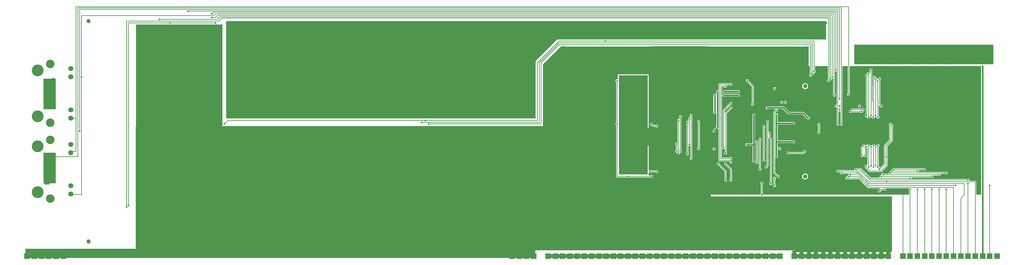
<source format=gbl>
G04*
G04 #@! TF.GenerationSoftware,Altium Limited,Altium Designer,18.1.7 (191)*
G04*
G04 Layer_Physical_Order=2*
G04 Layer_Color=16711680*
%FSLAX44Y44*%
%MOMM*%
G71*
G01*
G75*
%ADD13C,0.2000*%
%ADD75C,0.4000*%
%ADD160C,1.1520*%
%ADD161R,1.5000X1.5000*%
%ADD162C,1.3980*%
%ADD163C,2.3550*%
%ADD164C,3.2500*%
%ADD165R,1.3980X1.3980*%
%ADD166C,1.0000*%
%ADD167C,0.4800*%
%ADD168R,38.5000X5.5000*%
%ADD169R,8.0000X5.0000*%
%ADD170R,64.5000X1.0000*%
%ADD171R,141.0000X2.5000*%
%ADD172R,1.0000X2.0000*%
%ADD173R,26.5000X1.0000*%
%ADD174R,85.5000X27.0000*%
%ADD175R,160.8000X5.1000*%
%ADD176R,20.0000X29.5000*%
%ADD177R,27.5000X7.5000*%
%ADD178R,27.0000X15.5000*%
%ADD179R,15.0000X2.0000*%
%ADD180R,15.0000X2.0000*%
%ADD181R,29.0000X6.0000*%
%ADD182R,9.0000X10.0000*%
%ADD183R,156.0000X6.5000*%
%ADD184R,34.5000X15.0000*%
%ADD185R,50.0000X34.5000*%
%ADD186R,24.0000X58.4000*%
%ADD187R,15.0000X13.5000*%
%ADD188R,8.0000X27.5000*%
%ADD189R,3.5000X8.5000*%
%ADD190R,15.5000X16.5000*%
%ADD191R,15.5000X11.5000*%
%ADD192R,96.5000X29.5000*%
G36*
X1655000Y1520000D02*
X1595000Y1460000D01*
X1590000D01*
Y1525000D01*
X1655000D01*
Y1520000D01*
D02*
G37*
G36*
X1675000Y1445000D02*
X1615000D01*
Y1450000D01*
X1665000Y1500000D01*
X1675000D01*
Y1445000D01*
D02*
G37*
G36*
X1955000Y1445001D02*
X2352451Y1445000D01*
Y1422987D01*
X2352188Y1422812D01*
X2351326Y1421522D01*
X2351024Y1420000D01*
X2351326Y1418478D01*
X2352188Y1417188D01*
X2353478Y1416326D01*
X2355000Y1416024D01*
X2356522Y1416326D01*
X2357812Y1417188D01*
X2358674Y1418478D01*
X2358963Y1419935D01*
X2359084Y1420295D01*
X2359705Y1420916D01*
X2360065Y1421037D01*
X2361522Y1421326D01*
X2362812Y1422188D01*
X2363674Y1423478D01*
X2363963Y1424935D01*
X2364084Y1425295D01*
X2364705Y1425916D01*
X2365065Y1426037D01*
X2366522Y1426326D01*
X2367812Y1427188D01*
X2368674Y1428478D01*
X2368976Y1430000D01*
X2368674Y1431522D01*
X2367812Y1432812D01*
X2367549Y1432987D01*
Y1445000D01*
X2402451Y1445000D01*
Y1407987D01*
X2402188Y1407812D01*
X2401326Y1406522D01*
X2401024Y1405000D01*
X2401326Y1403478D01*
X2402188Y1402188D01*
X2403478Y1401326D01*
X2405000Y1401024D01*
X2406522Y1401326D01*
X2407812Y1402188D01*
X2408674Y1403478D01*
X2408963Y1404935D01*
X2409084Y1405295D01*
X2409705Y1405916D01*
X2410065Y1406037D01*
X2411522Y1406326D01*
X2412812Y1407188D01*
X2413674Y1408478D01*
X2413963Y1409935D01*
X2414084Y1410295D01*
X2414705Y1410916D01*
X2415065Y1411037D01*
X2416181Y1411259D01*
X2417451Y1410536D01*
Y1367987D01*
X2417188Y1367812D01*
X2416326Y1366522D01*
X2416024Y1365000D01*
X2416326Y1363478D01*
X2417188Y1362188D01*
X2418478Y1361326D01*
X2420000Y1361024D01*
X2421522Y1361326D01*
X2422812Y1362188D01*
X2423674Y1363478D01*
X2423976Y1365000D01*
X2423674Y1366522D01*
X2422812Y1367812D01*
X2422549Y1367987D01*
Y1430536D01*
X2423819Y1431259D01*
X2425000Y1431024D01*
X2426181Y1431259D01*
X2427451Y1430536D01*
Y1339464D01*
X2426181Y1338742D01*
X2425000Y1338976D01*
X2423478Y1338674D01*
X2422188Y1337812D01*
X2421326Y1336522D01*
X2421024Y1335000D01*
X2421326Y1333478D01*
X2422188Y1332188D01*
X2423478Y1331326D01*
X2425000Y1331024D01*
X2426181Y1331259D01*
X2427451Y1330536D01*
Y1287987D01*
X2427188Y1287812D01*
X2426326Y1286522D01*
X2426024Y1285000D01*
X2426326Y1283478D01*
X2427188Y1282188D01*
X2428478Y1281326D01*
X2430000Y1281024D01*
X2431522Y1281326D01*
X2432812Y1282188D01*
X2433674Y1283478D01*
X2433976Y1285000D01*
X2433674Y1286522D01*
X2432812Y1287812D01*
X2432549Y1287987D01*
Y1319536D01*
X2433819Y1320259D01*
X2435000Y1320024D01*
X2436181Y1320259D01*
X2437451Y1319536D01*
Y1287987D01*
X2437188Y1287812D01*
X2436326Y1286522D01*
X2436024Y1285000D01*
X2436326Y1283478D01*
X2437188Y1282188D01*
X2438478Y1281326D01*
X2440000Y1281024D01*
X2441522Y1281326D01*
X2442812Y1282188D01*
X2443674Y1283478D01*
X2443976Y1285000D01*
X2443674Y1286522D01*
X2442812Y1287812D01*
X2442549Y1287987D01*
Y1445000D01*
X2457451Y1445000D01*
Y1369987D01*
X2457188Y1369812D01*
X2456326Y1368522D01*
X2456024Y1367000D01*
X2456326Y1365478D01*
X2457188Y1364188D01*
X2458478Y1363326D01*
X2460000Y1363024D01*
X2461522Y1363326D01*
X2462812Y1364188D01*
X2463674Y1365478D01*
X2463976Y1367000D01*
X2463674Y1368522D01*
X2462812Y1369812D01*
X2462549Y1369987D01*
Y1445000D01*
X2826024Y1445000D01*
X2826326Y1443478D01*
X2826431Y1443321D01*
X2826431Y1090000D01*
X2812549D01*
Y1125000D01*
X2812355Y1125975D01*
X2811802Y1126802D01*
X2810975Y1127355D01*
X2810000Y1127549D01*
X2794464D01*
X2793741Y1128819D01*
X2793976Y1130000D01*
X2793674Y1131522D01*
X2792812Y1132812D01*
X2791522Y1133674D01*
X2790000Y1133976D01*
X2788478Y1133674D01*
X2787188Y1132812D01*
X2787013Y1132549D01*
X2645000Y1132549D01*
X2634464D01*
X2633741Y1133819D01*
X2633976Y1135000D01*
X2633741Y1136181D01*
X2634464Y1137451D01*
X2687013D01*
X2687188Y1137188D01*
X2688478Y1136326D01*
X2690000Y1136024D01*
X2691522Y1136326D01*
X2692812Y1137188D01*
X2693674Y1138478D01*
X2693976Y1140000D01*
X2693741Y1141181D01*
X2694464Y1142451D01*
X2707013D01*
X2707188Y1142188D01*
X2708478Y1141326D01*
X2710000Y1141024D01*
X2711522Y1141326D01*
X2712812Y1142188D01*
X2713674Y1143478D01*
X2713976Y1145000D01*
X2713741Y1146181D01*
X2714464Y1147451D01*
X2727013D01*
X2727188Y1147188D01*
X2728478Y1146326D01*
X2730000Y1146024D01*
X2731522Y1146326D01*
X2732812Y1147188D01*
X2733674Y1148478D01*
X2733976Y1150000D01*
X2733674Y1151522D01*
X2732812Y1152812D01*
X2731522Y1153674D01*
X2730000Y1153976D01*
X2728478Y1153674D01*
X2727188Y1152812D01*
X2727013Y1152549D01*
X2654464D01*
X2653741Y1153819D01*
X2653976Y1155000D01*
X2653741Y1156181D01*
X2654464Y1157451D01*
X2667013D01*
X2667188Y1157188D01*
X2668478Y1156326D01*
X2670000Y1156024D01*
X2671522Y1156326D01*
X2672812Y1157188D01*
X2673674Y1158478D01*
X2673976Y1160000D01*
X2673674Y1161522D01*
X2672812Y1162812D01*
X2671522Y1163674D01*
X2670000Y1163976D01*
X2668478Y1163674D01*
X2667188Y1162812D01*
X2667013Y1162549D01*
X2587987D01*
X2587812Y1162812D01*
X2586522Y1163674D01*
X2585000Y1163976D01*
X2583478Y1163674D01*
X2582188Y1162812D01*
X2581326Y1161522D01*
X2581037Y1160065D01*
X2580916Y1159705D01*
X2580295Y1159084D01*
X2579935Y1158963D01*
X2578478Y1158674D01*
X2577188Y1157812D01*
X2576326Y1156522D01*
X2576037Y1155065D01*
X2575916Y1154705D01*
X2575295Y1154083D01*
X2574935Y1153963D01*
X2573478Y1153674D01*
X2572188Y1152812D01*
X2571326Y1151522D01*
X2571024Y1150000D01*
X2571259Y1148819D01*
X2570536Y1147549D01*
X2557987D01*
X2557812Y1147812D01*
X2556522Y1148674D01*
X2555000Y1148976D01*
X2553478Y1148674D01*
X2552188Y1147812D01*
X2551326Y1146522D01*
X2551037Y1145065D01*
X2550916Y1144705D01*
X2550295Y1144084D01*
X2549935Y1143963D01*
X2548478Y1143674D01*
X2547188Y1142812D01*
X2546326Y1141522D01*
X2546024Y1140000D01*
X2546259Y1138819D01*
X2545536Y1137549D01*
X2521056D01*
X2496802Y1161802D01*
X2495975Y1162355D01*
X2495000Y1162549D01*
X2482987D01*
X2482812Y1162812D01*
X2481522Y1163674D01*
X2480000Y1163976D01*
X2478478Y1163674D01*
X2477188Y1162812D01*
X2476326Y1161522D01*
X2476024Y1160000D01*
X2476259Y1158819D01*
X2475536Y1157549D01*
X2432987D01*
X2432812Y1157812D01*
X2431522Y1158674D01*
X2430000Y1158976D01*
X2428478Y1158674D01*
X2427188Y1157812D01*
X2426326Y1156522D01*
X2426024Y1155000D01*
X2426326Y1153478D01*
X2427188Y1152188D01*
X2428478Y1151326D01*
X2430000Y1151024D01*
X2431522Y1151326D01*
X2432812Y1152188D01*
X2432987Y1152451D01*
X2435536D01*
X2436259Y1151181D01*
X2436024Y1150000D01*
X2436326Y1148478D01*
X2437188Y1147188D01*
X2438478Y1146326D01*
X2440000Y1146024D01*
X2441522Y1146326D01*
X2442812Y1147188D01*
X2442987Y1147451D01*
X2460536D01*
X2461259Y1146181D01*
X2461037Y1145065D01*
X2460916Y1144705D01*
X2460295Y1144084D01*
X2459935Y1143963D01*
X2458478Y1143674D01*
X2457188Y1142812D01*
X2456326Y1141522D01*
X2456037Y1140065D01*
X2455916Y1139705D01*
X2455295Y1139084D01*
X2454935Y1138963D01*
X2453478Y1138674D01*
X2452188Y1137812D01*
X2451326Y1136522D01*
X2451024Y1135000D01*
X2451326Y1133478D01*
X2452188Y1132188D01*
X2453478Y1131326D01*
X2455000Y1131024D01*
X2456522Y1131326D01*
X2457812Y1132188D01*
X2457987Y1132451D01*
X2488944D01*
X2513198Y1108198D01*
X2514025Y1107645D01*
X2515000Y1107451D01*
X2547050D01*
X2547576Y1106181D01*
X2545310Y1103915D01*
X2545000Y1103976D01*
X2543478Y1103674D01*
X2542188Y1102812D01*
X2541326Y1101522D01*
X2541024Y1100000D01*
X2541326Y1098478D01*
X2542188Y1097188D01*
X2543478Y1096326D01*
X2545000Y1096024D01*
X2546522Y1096326D01*
X2547812Y1097188D01*
X2548674Y1098478D01*
X2548976Y1100000D01*
X2548915Y1100310D01*
X2551056Y1102451D01*
X2557013D01*
X2557188Y1102188D01*
X2558478Y1101326D01*
X2560000Y1101024D01*
X2561522Y1101326D01*
X2562812Y1102188D01*
X2563674Y1103478D01*
X2563976Y1105000D01*
X2563741Y1106181D01*
X2564464Y1107451D01*
X2625536D01*
X2626259Y1106181D01*
X2626024Y1105000D01*
X2626326Y1103478D01*
X2627188Y1102188D01*
X2627451Y1102013D01*
Y1090000D01*
X2223777Y1090000D01*
X2223674Y1090522D01*
X2222812Y1091812D01*
X2222549Y1091987D01*
Y1119013D01*
X2222812Y1119188D01*
X2223674Y1120478D01*
X2223976Y1122000D01*
X2223674Y1123522D01*
X2222812Y1124812D01*
X2221522Y1125674D01*
X2220000Y1125976D01*
X2218478Y1125674D01*
X2217188Y1124812D01*
X2216326Y1123522D01*
X2216024Y1122000D01*
X2216326Y1120478D01*
X2217188Y1119188D01*
X2217451Y1119013D01*
Y1091987D01*
X2217188Y1091812D01*
X2216326Y1090522D01*
X2216223Y1090000D01*
X1950000Y1090000D01*
Y1125000D01*
X1775000Y1125000D01*
X1775000Y1450000D01*
X1955000Y1450000D01*
Y1445001D01*
D02*
G37*
%LPC*%
G36*
X2522000Y1438976D02*
X2520478Y1438674D01*
X2519188Y1437812D01*
X2518326Y1436522D01*
X2518024Y1435000D01*
X2518326Y1433478D01*
X2519188Y1432188D01*
X2519451Y1432013D01*
Y1427644D01*
X2518181Y1427259D01*
X2517812Y1427812D01*
X2516522Y1428674D01*
X2515000Y1428976D01*
X2513478Y1428674D01*
X2512188Y1427812D01*
X2511326Y1426522D01*
X2511037Y1425065D01*
X2510916Y1424705D01*
X2510295Y1424084D01*
X2509935Y1423963D01*
X2508478Y1423674D01*
X2507188Y1422812D01*
X2506326Y1421522D01*
X2506024Y1420000D01*
X2506326Y1418478D01*
X2507188Y1417188D01*
X2507451Y1417013D01*
Y1311655D01*
X2506188Y1310812D01*
X2505326Y1309522D01*
X2505024Y1308000D01*
X2505326Y1306478D01*
X2506188Y1305188D01*
X2507478Y1304326D01*
X2509000Y1304024D01*
X2509791Y1304181D01*
X2510690Y1304049D01*
X2511171Y1303259D01*
X2511326Y1302478D01*
X2512188Y1301188D01*
X2513478Y1300326D01*
X2515000Y1300024D01*
X2516522Y1300326D01*
X2517812Y1301188D01*
X2518674Y1302478D01*
X2518942Y1303826D01*
X2519557Y1304262D01*
X2520165Y1304536D01*
X2520478Y1304326D01*
X2522000Y1304024D01*
X2522791Y1304181D01*
X2523690Y1304049D01*
X2524171Y1303259D01*
X2524326Y1302478D01*
X2525188Y1301188D01*
X2526478Y1300326D01*
X2528000Y1300024D01*
X2529522Y1300326D01*
X2530812Y1301188D01*
X2531674Y1302478D01*
X2531829Y1303259D01*
X2532310Y1304049D01*
X2533209Y1304181D01*
X2534000Y1304024D01*
X2535522Y1304326D01*
X2535835Y1304536D01*
X2536443Y1304262D01*
X2537058Y1303826D01*
X2537326Y1302478D01*
X2538188Y1301188D01*
X2539478Y1300326D01*
X2541000Y1300024D01*
X2542522Y1300326D01*
X2543812Y1301188D01*
X2544674Y1302478D01*
X2544976Y1304000D01*
X2544674Y1305522D01*
X2543812Y1306812D01*
X2543519Y1307007D01*
X2543227Y1336505D01*
X2544398Y1336997D01*
X2546085Y1335310D01*
X2546024Y1335000D01*
X2546326Y1333478D01*
X2547188Y1332188D01*
X2548478Y1331326D01*
X2550000Y1331024D01*
X2551522Y1331326D01*
X2552812Y1332188D01*
X2553674Y1333478D01*
X2553976Y1335000D01*
X2553674Y1336522D01*
X2552812Y1337812D01*
X2551522Y1338674D01*
X2550000Y1338976D01*
X2549690Y1338915D01*
X2547549Y1341056D01*
Y1407013D01*
X2547812Y1407188D01*
X2548674Y1408478D01*
X2548976Y1410000D01*
X2548674Y1411522D01*
X2547812Y1412812D01*
X2546522Y1413674D01*
X2545000Y1413976D01*
X2543478Y1413674D01*
X2542188Y1412812D01*
X2541326Y1411522D01*
X2541037Y1410065D01*
X2540916Y1409705D01*
X2540157Y1408945D01*
X2540000Y1408976D01*
X2539843Y1408945D01*
X2539084Y1409705D01*
X2538963Y1410065D01*
X2538674Y1411522D01*
X2537812Y1412812D01*
X2536522Y1413674D01*
X2535065Y1413963D01*
X2534705Y1414084D01*
X2534084Y1414705D01*
X2533963Y1415065D01*
X2533674Y1416522D01*
X2532812Y1417812D01*
X2531522Y1418674D01*
X2530000Y1418976D01*
X2528478Y1418674D01*
X2527188Y1417812D01*
X2526326Y1416522D01*
X2526024Y1415000D01*
X2526326Y1413478D01*
X2527188Y1412188D01*
X2527314Y1412104D01*
X2525819Y1325361D01*
X2524549Y1325372D01*
Y1432013D01*
X2524812Y1432188D01*
X2525674Y1433478D01*
X2525976Y1435000D01*
X2525674Y1436522D01*
X2524812Y1437812D01*
X2523522Y1438674D01*
X2522000Y1438976D01*
D02*
G37*
G36*
X1905000Y1422590D02*
X1825000D01*
X1824009Y1422393D01*
X1823169Y1421831D01*
X1822607Y1420991D01*
X1822410Y1420000D01*
Y1409491D01*
X1821140Y1408750D01*
X1820000Y1408976D01*
X1818478Y1408674D01*
X1817188Y1407812D01*
X1816326Y1406522D01*
X1816024Y1405000D01*
X1816326Y1403478D01*
X1817188Y1402188D01*
X1817451Y1402013D01*
Y1287987D01*
X1817188Y1287812D01*
X1816326Y1286522D01*
X1816024Y1285000D01*
X1816326Y1283478D01*
X1817188Y1282188D01*
X1817451Y1282013D01*
Y1140000D01*
X1817645Y1139025D01*
X1818198Y1138198D01*
X1819025Y1137645D01*
X1820000Y1137451D01*
X1847013D01*
X1847188Y1137188D01*
X1848478Y1136326D01*
X1850000Y1136024D01*
X1851522Y1136326D01*
X1852812Y1137188D01*
X1852987Y1137451D01*
X1912013D01*
X1912188Y1137188D01*
X1913478Y1136326D01*
X1915000Y1136024D01*
X1916522Y1136326D01*
X1917812Y1137188D01*
X1918674Y1138478D01*
X1918976Y1140000D01*
X1918674Y1141522D01*
X1917812Y1142812D01*
X1916522Y1143674D01*
X1915000Y1143976D01*
X1913478Y1143674D01*
X1912188Y1142812D01*
X1912013Y1142549D01*
X1907945D01*
X1907266Y1143819D01*
X1907393Y1144009D01*
X1907590Y1145000D01*
Y1151295D01*
X1908860Y1151680D01*
X1909188Y1151188D01*
X1910478Y1150326D01*
X1912000Y1150024D01*
X1913522Y1150326D01*
X1914812Y1151188D01*
X1914987Y1151451D01*
X1927013D01*
X1927188Y1151188D01*
X1928478Y1150326D01*
X1930000Y1150024D01*
X1931522Y1150326D01*
X1932812Y1151188D01*
X1933674Y1152478D01*
X1933976Y1154000D01*
X1933674Y1155522D01*
X1932812Y1156812D01*
X1931522Y1157674D01*
X1930000Y1157976D01*
X1928478Y1157674D01*
X1927188Y1156812D01*
X1927013Y1156549D01*
X1914987D01*
X1914812Y1156812D01*
X1913522Y1157674D01*
X1912000Y1157976D01*
X1910478Y1157674D01*
X1909188Y1156812D01*
X1908860Y1156320D01*
X1907590Y1156705D01*
Y1420000D01*
X1907393Y1420991D01*
X1906831Y1421831D01*
X1905991Y1422393D01*
X1905000Y1422590D01*
D02*
G37*
G36*
X2135000Y1398976D02*
X2133478Y1398674D01*
X2132188Y1397812D01*
X2132013Y1397549D01*
X2103000D01*
X2102025Y1397355D01*
X2101198Y1396802D01*
X2100645Y1395975D01*
X2100451Y1395000D01*
Y1379464D01*
X2099181Y1378741D01*
X2098000Y1378976D01*
X2096478Y1378674D01*
X2095188Y1377812D01*
X2094326Y1376522D01*
X2094024Y1375000D01*
X2094326Y1373478D01*
X2094431Y1373321D01*
Y1367674D01*
X2093161Y1367288D01*
X2092812Y1367812D01*
X2091522Y1368674D01*
X2090000Y1368976D01*
X2088478Y1368674D01*
X2087188Y1367812D01*
X2086326Y1366522D01*
X2086024Y1365000D01*
X2086326Y1363478D01*
X2086431Y1363321D01*
Y1318679D01*
X2086326Y1318522D01*
X2086024Y1317000D01*
X2086326Y1315478D01*
X2087188Y1314188D01*
X2088478Y1313326D01*
X2090000Y1313024D01*
X2091522Y1313326D01*
X2092812Y1314188D01*
X2093161Y1314712D01*
X2094431Y1314326D01*
Y1277478D01*
X2086664Y1269711D01*
X2086478Y1269674D01*
X2085188Y1268812D01*
X2084326Y1267522D01*
X2084023Y1266000D01*
X2084326Y1264478D01*
X2085188Y1263188D01*
X2086478Y1262326D01*
X2088000Y1262024D01*
X2089522Y1262326D01*
X2090812Y1263188D01*
X2091674Y1264478D01*
X2091711Y1264664D01*
X2099278Y1272231D01*
X2100451Y1271745D01*
Y1185000D01*
X2100645Y1184025D01*
X2101198Y1183198D01*
X2102025Y1182645D01*
X2103000Y1182451D01*
X2128944D01*
X2131085Y1180310D01*
X2131024Y1180000D01*
X2131326Y1178478D01*
X2132188Y1177188D01*
X2133478Y1176326D01*
X2135000Y1176024D01*
X2136522Y1176326D01*
X2137812Y1177188D01*
X2138674Y1178478D01*
X2138976Y1180000D01*
X2138674Y1181522D01*
X2137812Y1182812D01*
X2136522Y1183674D01*
X2135000Y1183976D01*
X2134690Y1183915D01*
X2133597Y1185008D01*
X2134223Y1186178D01*
X2135000Y1186024D01*
X2136522Y1186326D01*
X2137812Y1187188D01*
X2138674Y1188478D01*
X2138976Y1190000D01*
X2138674Y1191522D01*
X2137812Y1192812D01*
X2136522Y1193674D01*
X2135000Y1193976D01*
X2133478Y1193674D01*
X2132188Y1192812D01*
X2132013Y1192549D01*
X2109549D01*
Y1387451D01*
X2117013D01*
X2117188Y1387188D01*
X2118478Y1386326D01*
X2120000Y1386024D01*
X2121522Y1386326D01*
X2122812Y1387188D01*
X2123674Y1388478D01*
X2123976Y1390000D01*
X2123741Y1391181D01*
X2124464Y1392451D01*
X2132013D01*
X2132188Y1392188D01*
X2133478Y1391326D01*
X2135000Y1391024D01*
X2136522Y1391326D01*
X2137812Y1392188D01*
X2138674Y1393478D01*
X2138976Y1395000D01*
X2138674Y1396522D01*
X2137812Y1397812D01*
X2136522Y1398674D01*
X2135000Y1398976D01*
D02*
G37*
G36*
X2340000Y1398372D02*
X2337833Y1398086D01*
X2335814Y1397250D01*
X2334080Y1395920D01*
X2332750Y1394186D01*
X2331914Y1392167D01*
X2331628Y1390000D01*
X2331914Y1387833D01*
X2332750Y1385814D01*
X2334080Y1384080D01*
X2335814Y1382750D01*
X2337833Y1381914D01*
X2340000Y1381628D01*
X2342167Y1381914D01*
X2344186Y1382750D01*
X2345920Y1384080D01*
X2347250Y1385814D01*
X2348086Y1387833D01*
X2348372Y1390000D01*
X2348086Y1392167D01*
X2347250Y1394186D01*
X2345920Y1395920D01*
X2344186Y1397250D01*
X2342167Y1398086D01*
X2340000Y1398372D01*
D02*
G37*
G36*
X2256000Y1386976D02*
X2254478Y1386674D01*
X2253188Y1385812D01*
X2252326Y1384522D01*
X2252024Y1383000D01*
X2252326Y1381478D01*
X2253188Y1380188D01*
X2254478Y1379326D01*
X2256000Y1379024D01*
X2257522Y1379326D01*
X2258812Y1380188D01*
X2259674Y1381478D01*
X2259976Y1383000D01*
X2259674Y1384522D01*
X2258812Y1385812D01*
X2257522Y1386674D01*
X2256000Y1386976D01*
D02*
G37*
G36*
X2155000Y1378976D02*
X2153478Y1378674D01*
X2153321Y1378569D01*
X2117679D01*
X2117522Y1378674D01*
X2116000Y1378976D01*
X2114478Y1378674D01*
X2113188Y1377812D01*
X2112326Y1376522D01*
X2112024Y1375000D01*
X2112326Y1373478D01*
X2113188Y1372188D01*
X2114478Y1371326D01*
X2116000Y1371024D01*
X2117522Y1371326D01*
X2117679Y1371431D01*
X2153321D01*
X2153478Y1371326D01*
X2155000Y1371024D01*
X2156522Y1371326D01*
X2157812Y1372188D01*
X2158674Y1373478D01*
X2158976Y1375000D01*
X2158674Y1376522D01*
X2157812Y1377812D01*
X2156522Y1378674D01*
X2155000Y1378976D01*
D02*
G37*
G36*
Y1368976D02*
X2153478Y1368674D01*
X2153321Y1368569D01*
X2116679D01*
X2116522Y1368674D01*
X2115000Y1368976D01*
X2113478Y1368674D01*
X2112188Y1367812D01*
X2111326Y1366522D01*
X2111024Y1365000D01*
X2111326Y1363478D01*
X2112188Y1362188D01*
X2113478Y1361326D01*
X2115000Y1361024D01*
X2116522Y1361326D01*
X2116679Y1361431D01*
X2153321D01*
X2153478Y1361326D01*
X2155000Y1361024D01*
X2156522Y1361326D01*
X2157812Y1362188D01*
X2158674Y1363478D01*
X2158976Y1365000D01*
X2158674Y1366522D01*
X2157812Y1367812D01*
X2156522Y1368674D01*
X2155000Y1368976D01*
D02*
G37*
G36*
X2285000Y1348976D02*
X2283478Y1348674D01*
X2282188Y1347812D01*
X2281326Y1346522D01*
X2281024Y1345000D01*
X2281326Y1343478D01*
X2282188Y1342188D01*
X2283478Y1341326D01*
X2285000Y1341024D01*
X2286522Y1341326D01*
X2287812Y1342188D01*
X2288674Y1343478D01*
X2288976Y1345000D01*
X2288674Y1346522D01*
X2287812Y1347812D01*
X2286522Y1348674D01*
X2285000Y1348976D01*
D02*
G37*
G36*
X2275000D02*
X2273478Y1348674D01*
X2272188Y1347812D01*
X2271326Y1346522D01*
X2271024Y1345000D01*
X2271326Y1343478D01*
X2272188Y1342188D01*
X2273478Y1341326D01*
X2275000Y1341024D01*
X2276522Y1341326D01*
X2277812Y1342188D01*
X2278674Y1343478D01*
X2278976Y1345000D01*
X2278674Y1346522D01*
X2277812Y1347812D01*
X2276522Y1348674D01*
X2275000Y1348976D01*
D02*
G37*
G36*
X2135000Y1346976D02*
X2133478Y1346674D01*
X2132188Y1345812D01*
X2131326Y1344522D01*
X2131024Y1343000D01*
X2131085Y1342690D01*
X2114198Y1325802D01*
X2114198Y1325802D01*
X2113198Y1324802D01*
X2112645Y1323976D01*
X2112451Y1323000D01*
Y1222987D01*
X2112188Y1222812D01*
X2111326Y1221522D01*
X2111024Y1220000D01*
X2111326Y1218478D01*
X2112188Y1217188D01*
X2113478Y1216326D01*
X2115000Y1216024D01*
X2116522Y1216326D01*
X2117181Y1216767D01*
X2118451Y1216088D01*
Y1208655D01*
X2117188Y1207812D01*
X2116326Y1206522D01*
X2116024Y1205000D01*
X2116326Y1203478D01*
X2117188Y1202188D01*
X2118478Y1201326D01*
X2120000Y1201024D01*
X2121522Y1201326D01*
X2122812Y1202188D01*
X2123674Y1203478D01*
X2123976Y1205000D01*
X2123674Y1206522D01*
X2123549Y1206708D01*
Y1314944D01*
X2134690Y1326085D01*
X2135000Y1326024D01*
X2136522Y1326326D01*
X2137812Y1327188D01*
X2138674Y1328478D01*
X2138976Y1330000D01*
X2138674Y1331522D01*
X2137812Y1332812D01*
X2136522Y1333674D01*
X2135000Y1333976D01*
X2133478Y1333674D01*
X2132188Y1332812D01*
X2131326Y1331522D01*
X2131024Y1330000D01*
X2131085Y1329690D01*
X2119198Y1317802D01*
X2118819Y1317236D01*
X2117549Y1317479D01*
Y1321944D01*
X2134690Y1339085D01*
X2135000Y1339024D01*
X2136522Y1339326D01*
X2137812Y1340188D01*
X2138674Y1341478D01*
X2138976Y1343000D01*
X2138674Y1344522D01*
X2137812Y1345812D01*
X2136522Y1346674D01*
X2135000Y1346976D01*
D02*
G37*
G36*
X2180000Y1408976D02*
X2178478Y1408674D01*
X2177188Y1407812D01*
X2176326Y1406522D01*
X2176024Y1405000D01*
X2176326Y1403478D01*
X2177188Y1402188D01*
X2178478Y1401326D01*
X2180000Y1401024D01*
X2180310Y1401085D01*
X2192451Y1388944D01*
Y1342987D01*
X2192188Y1342812D01*
X2191326Y1341522D01*
X2191024Y1340000D01*
X2191326Y1338478D01*
X2192188Y1337188D01*
X2193478Y1336326D01*
X2195000Y1336024D01*
X2196522Y1336326D01*
X2197812Y1337188D01*
X2198674Y1338478D01*
X2198976Y1340000D01*
X2198674Y1341522D01*
X2197812Y1342812D01*
X2197549Y1342987D01*
Y1390000D01*
X2197355Y1390975D01*
X2196802Y1391802D01*
X2183915Y1404690D01*
X2183976Y1405000D01*
X2183674Y1406522D01*
X2182812Y1407812D01*
X2181522Y1408674D01*
X2180000Y1408976D01*
D02*
G37*
G36*
X2490000Y1338976D02*
X2488478Y1338674D01*
X2487188Y1337812D01*
X2486326Y1336522D01*
X2486024Y1335000D01*
X2486326Y1333478D01*
X2487188Y1332188D01*
X2488478Y1331326D01*
X2490000Y1331024D01*
X2491522Y1331326D01*
X2492812Y1332188D01*
X2493674Y1333478D01*
X2493976Y1335000D01*
X2493674Y1336522D01*
X2492812Y1337812D01*
X2491522Y1338674D01*
X2490000Y1338976D01*
D02*
G37*
G36*
X2500000Y1328976D02*
X2498478Y1328674D01*
X2497188Y1327812D01*
X2497013Y1327549D01*
X2472987D01*
X2472812Y1327812D01*
X2471522Y1328674D01*
X2470000Y1328976D01*
X2468478Y1328674D01*
X2467188Y1327812D01*
X2466326Y1326522D01*
X2466037Y1325065D01*
X2465916Y1324705D01*
X2465295Y1324084D01*
X2464935Y1323963D01*
X2463478Y1323674D01*
X2462188Y1322812D01*
X2461326Y1321522D01*
X2461024Y1320000D01*
X2461326Y1318478D01*
X2462188Y1317188D01*
X2463478Y1316326D01*
X2465000Y1316024D01*
X2466522Y1316326D01*
X2467812Y1317188D01*
X2467987Y1317451D01*
X2492013D01*
X2492188Y1317188D01*
X2493478Y1316326D01*
X2495000Y1316024D01*
X2496522Y1316326D01*
X2497812Y1317188D01*
X2498674Y1318478D01*
X2498963Y1319935D01*
X2499084Y1320295D01*
X2499705Y1320916D01*
X2500065Y1321037D01*
X2501522Y1321326D01*
X2502812Y1322188D01*
X2503674Y1323478D01*
X2503976Y1325000D01*
X2503674Y1326522D01*
X2502812Y1327812D01*
X2501522Y1328674D01*
X2500000Y1328976D01*
D02*
G37*
G36*
X2025000Y1313976D02*
X2023478Y1313674D01*
X2022188Y1312812D01*
X2021326Y1311522D01*
X2021024Y1310000D01*
X2021326Y1308478D01*
X2022188Y1307188D01*
X2022451Y1307013D01*
Y1304464D01*
X2021181Y1303741D01*
X2020000Y1303976D01*
X2018478Y1303674D01*
X2017188Y1302812D01*
X2016326Y1301522D01*
X2016024Y1300000D01*
X2016326Y1298478D01*
X2017188Y1297188D01*
X2017451Y1297013D01*
Y1294464D01*
X2016181Y1293741D01*
X2015000Y1293976D01*
X2013478Y1293674D01*
X2012188Y1292812D01*
X2011326Y1291522D01*
X2011024Y1290000D01*
X2011326Y1288478D01*
X2012188Y1287188D01*
X2012451Y1287013D01*
Y1205987D01*
X2012188Y1205812D01*
X2011326Y1204522D01*
X2011024Y1203000D01*
X2011326Y1201478D01*
X2012188Y1200188D01*
X2013478Y1199326D01*
X2015000Y1199024D01*
X2016522Y1199326D01*
X2017812Y1200188D01*
X2018674Y1201478D01*
X2018976Y1203000D01*
X2018674Y1204522D01*
X2017812Y1205812D01*
X2017549Y1205987D01*
Y1224536D01*
X2018819Y1225258D01*
X2020000Y1225024D01*
X2021181Y1225258D01*
X2022451Y1224536D01*
Y1192987D01*
X2022188Y1192812D01*
X2021326Y1191522D01*
X2021024Y1190000D01*
X2021326Y1188478D01*
X2022188Y1187188D01*
X2023478Y1186326D01*
X2025000Y1186024D01*
X2026522Y1186326D01*
X2027812Y1187188D01*
X2028674Y1188478D01*
X2028976Y1190000D01*
X2028674Y1191522D01*
X2027812Y1192812D01*
X2027549Y1192987D01*
Y1307013D01*
X2027812Y1307188D01*
X2028674Y1308478D01*
X2028976Y1310000D01*
X2028674Y1311522D01*
X2027812Y1312812D01*
X2026522Y1313674D01*
X2025000Y1313976D01*
D02*
G37*
G36*
X1995000Y1308976D02*
X1993478Y1308674D01*
X1992188Y1307812D01*
X1991326Y1306522D01*
X1991024Y1305000D01*
X1991326Y1303478D01*
X1992188Y1302188D01*
X1992451Y1302013D01*
Y1299464D01*
X1991181Y1298741D01*
X1990000Y1298976D01*
X1988478Y1298674D01*
X1987188Y1297812D01*
X1986326Y1296522D01*
X1986024Y1295000D01*
X1986326Y1293478D01*
X1987188Y1292188D01*
X1987451Y1292013D01*
Y1234464D01*
X1986181Y1233742D01*
X1985000Y1233976D01*
X1983478Y1233674D01*
X1982188Y1232812D01*
X1981326Y1231522D01*
X1981024Y1230000D01*
X1981326Y1228478D01*
X1982188Y1227188D01*
X1982451Y1227013D01*
Y1212987D01*
X1982188Y1212812D01*
X1981326Y1211522D01*
X1981024Y1210000D01*
X1981326Y1208478D01*
X1982188Y1207188D01*
X1983478Y1206326D01*
X1984935Y1206037D01*
X1985295Y1205917D01*
X1985916Y1205295D01*
X1986037Y1204935D01*
X1986326Y1203478D01*
X1987188Y1202188D01*
X1988478Y1201326D01*
X1990000Y1201024D01*
X1991522Y1201326D01*
X1992812Y1202188D01*
X1993674Y1203478D01*
X1993963Y1204935D01*
X1994084Y1205295D01*
X1994705Y1205917D01*
X1995065Y1206037D01*
X1996522Y1206326D01*
X1997812Y1207188D01*
X1998674Y1208478D01*
X1998976Y1210000D01*
X1998674Y1211522D01*
X1997812Y1212812D01*
X1997549Y1212987D01*
Y1302013D01*
X1997812Y1302188D01*
X1998674Y1303478D01*
X1998976Y1305000D01*
X1998674Y1306522D01*
X1997812Y1307812D01*
X1996522Y1308674D01*
X1995000Y1308976D01*
D02*
G37*
G36*
X2235000Y1333976D02*
X2233478Y1333674D01*
X2232188Y1332812D01*
X2231326Y1331522D01*
X2231024Y1330000D01*
X2231326Y1328478D01*
X2232188Y1327188D01*
X2233478Y1326326D01*
X2235000Y1326024D01*
X2236522Y1326326D01*
X2236679Y1326431D01*
X2256075D01*
X2256754Y1325161D01*
X2256326Y1324522D01*
X2256024Y1323000D01*
X2256085Y1322690D01*
X2253198Y1319802D01*
X2252645Y1318975D01*
X2252451Y1318000D01*
Y1150000D01*
X2252645Y1149025D01*
X2253198Y1148198D01*
X2261085Y1140310D01*
X2261024Y1140000D01*
X2261326Y1138478D01*
X2262188Y1137188D01*
X2263478Y1136326D01*
X2265000Y1136024D01*
X2266522Y1136326D01*
X2267812Y1137188D01*
X2268674Y1138478D01*
X2268976Y1140000D01*
X2268674Y1141522D01*
X2267812Y1142812D01*
X2266522Y1143674D01*
X2265000Y1143976D01*
X2264690Y1143915D01*
X2257549Y1151056D01*
Y1191536D01*
X2258819Y1192259D01*
X2260000Y1192024D01*
X2261522Y1192326D01*
X2262812Y1193188D01*
X2263674Y1194478D01*
X2263976Y1196000D01*
X2263674Y1197522D01*
X2263569Y1197679D01*
Y1214451D01*
X2267013D01*
X2267188Y1214188D01*
X2268478Y1213326D01*
X2270000Y1213024D01*
X2271522Y1213326D01*
X2272812Y1214188D01*
X2273674Y1215478D01*
X2273976Y1217000D01*
X2273674Y1218522D01*
X2272812Y1219812D01*
X2271522Y1220674D01*
X2270000Y1220976D01*
X2268478Y1220674D01*
X2267188Y1219812D01*
X2267013Y1219549D01*
X2263569D01*
Y1223000D01*
X2263569Y1223001D01*
Y1232431D01*
X2306321D01*
X2306478Y1232326D01*
X2308000Y1232024D01*
X2309522Y1232326D01*
X2310812Y1233188D01*
X2311674Y1234478D01*
X2311976Y1236000D01*
X2311674Y1237522D01*
X2310812Y1238812D01*
X2309522Y1239674D01*
X2308000Y1239976D01*
X2306478Y1239674D01*
X2306321Y1239569D01*
X2263569D01*
Y1269321D01*
X2263674Y1269478D01*
X2263976Y1271000D01*
X2263674Y1272522D01*
X2263569Y1272679D01*
Y1283431D01*
X2306321D01*
X2306478Y1283326D01*
X2308000Y1283024D01*
X2309522Y1283326D01*
X2310812Y1284188D01*
X2311674Y1285478D01*
X2311976Y1287000D01*
X2311674Y1288522D01*
X2310812Y1289812D01*
X2309522Y1290674D01*
X2308000Y1290976D01*
X2306478Y1290674D01*
X2306321Y1290569D01*
X2263569D01*
Y1309321D01*
X2263674Y1309478D01*
X2263976Y1311000D01*
X2263674Y1312522D01*
X2262812Y1313812D01*
X2261522Y1314674D01*
X2260000Y1314976D01*
X2258819Y1314742D01*
X2257549Y1315464D01*
Y1316944D01*
X2259690Y1319085D01*
X2260000Y1319024D01*
X2261522Y1319326D01*
X2262812Y1320188D01*
X2263674Y1321478D01*
X2263976Y1323000D01*
X2263674Y1324522D01*
X2263246Y1325161D01*
X2263925Y1326431D01*
X2278522D01*
X2292477Y1312477D01*
X2293634Y1311703D01*
X2295000Y1311431D01*
X2333522D01*
X2345289Y1299664D01*
X2345326Y1299478D01*
X2346188Y1298188D01*
X2347478Y1297326D01*
X2349000Y1297024D01*
X2350522Y1297326D01*
X2351812Y1298188D01*
X2352674Y1299478D01*
X2352976Y1301000D01*
X2352674Y1302522D01*
X2351812Y1303812D01*
X2350522Y1304674D01*
X2350336Y1304711D01*
X2337523Y1317523D01*
X2336366Y1318297D01*
X2335000Y1318569D01*
X2296478D01*
X2282523Y1332523D01*
X2281366Y1333297D01*
X2280000Y1333569D01*
X2236679D01*
X2236522Y1333674D01*
X2235000Y1333976D01*
D02*
G37*
G36*
X1915000Y1288976D02*
X1913478Y1288674D01*
X1912188Y1287812D01*
X1911326Y1286522D01*
X1911024Y1285000D01*
X1911326Y1283478D01*
X1912188Y1282188D01*
X1913478Y1281326D01*
X1915000Y1281024D01*
X1915310Y1281085D01*
X1918198Y1278198D01*
X1919025Y1277645D01*
X1920000Y1277451D01*
X1927013D01*
X1927188Y1277188D01*
X1928478Y1276326D01*
X1930000Y1276024D01*
X1931522Y1276326D01*
X1932812Y1277188D01*
X1933674Y1278478D01*
X1933976Y1280000D01*
X1933674Y1281522D01*
X1932812Y1282812D01*
X1931522Y1283674D01*
X1930000Y1283976D01*
X1928478Y1283674D01*
X1927188Y1282812D01*
X1927013Y1282549D01*
X1921056D01*
X1918915Y1284690D01*
X1918976Y1285000D01*
X1918674Y1286522D01*
X1917812Y1287812D01*
X1916522Y1288674D01*
X1915000Y1288976D01*
D02*
G37*
G36*
X2378000Y1286976D02*
X2376478Y1286674D01*
X2375188Y1285812D01*
X2374326Y1284522D01*
X2374023Y1283000D01*
X2374326Y1281478D01*
X2375188Y1280188D01*
X2375451Y1280013D01*
Y1264987D01*
X2375188Y1264812D01*
X2374326Y1263522D01*
X2374023Y1262000D01*
X2374326Y1260478D01*
X2375188Y1259188D01*
X2376478Y1258326D01*
X2378000Y1258024D01*
X2379522Y1258326D01*
X2380812Y1259188D01*
X2381674Y1260478D01*
X2381976Y1262000D01*
X2381674Y1263522D01*
X2380812Y1264812D01*
X2380549Y1264987D01*
Y1280013D01*
X2380812Y1280188D01*
X2381674Y1281478D01*
X2381976Y1283000D01*
X2381674Y1284522D01*
X2380812Y1285812D01*
X2379522Y1286674D01*
X2378000Y1286976D01*
D02*
G37*
G36*
X2198000Y1313976D02*
X2196478Y1313674D01*
X2195188Y1312812D01*
X2194326Y1311522D01*
X2194024Y1310000D01*
X2194326Y1308478D01*
X2194431Y1308321D01*
Y1231569D01*
X2180679D01*
X2180522Y1231674D01*
X2179000Y1231976D01*
X2177478Y1231674D01*
X2176188Y1230812D01*
X2175326Y1229522D01*
X2175024Y1228000D01*
X2175326Y1226478D01*
X2176188Y1225188D01*
X2177478Y1224326D01*
X2179000Y1224024D01*
X2180522Y1224326D01*
X2180679Y1224431D01*
X2194431D01*
Y1184679D01*
X2194326Y1184522D01*
X2194024Y1183000D01*
X2194326Y1181478D01*
X2195188Y1180188D01*
X2196478Y1179326D01*
X2198000Y1179024D01*
X2199522Y1179326D01*
X2200812Y1180188D01*
X2201674Y1181478D01*
X2201976Y1183000D01*
X2201674Y1184522D01*
X2201569Y1184679D01*
Y1228000D01*
Y1308321D01*
X2201674Y1308478D01*
X2201976Y1310000D01*
X2201674Y1311522D01*
X2200812Y1312812D01*
X2199522Y1313674D01*
X2198000Y1313976D01*
D02*
G37*
G36*
X2046000Y1295976D02*
X2044478Y1295674D01*
X2043188Y1294812D01*
X2042326Y1293522D01*
X2042024Y1292000D01*
X2042326Y1290478D01*
X2043188Y1289188D01*
X2043451Y1289013D01*
Y1219987D01*
X2043188Y1219812D01*
X2042326Y1218522D01*
X2042024Y1217000D01*
X2042326Y1215478D01*
X2043188Y1214188D01*
X2044478Y1213326D01*
X2046000Y1213024D01*
X2047522Y1213326D01*
X2048812Y1214188D01*
X2049674Y1215478D01*
X2049976Y1217000D01*
X2049674Y1218522D01*
X2048812Y1219812D01*
X2048549Y1219987D01*
Y1289013D01*
X2048812Y1289188D01*
X2049674Y1290478D01*
X2049976Y1292000D01*
X2049674Y1293522D01*
X2048812Y1294812D01*
X2047522Y1295674D01*
X2046000Y1295976D01*
D02*
G37*
G36*
X2088000Y1219976D02*
X2086478Y1219674D01*
X2085188Y1218812D01*
X2084326Y1217522D01*
X2084024Y1216000D01*
X2084326Y1214478D01*
X2085188Y1213188D01*
X2086478Y1212326D01*
X2088000Y1212024D01*
X2089522Y1212326D01*
X2090812Y1213188D01*
X2091674Y1214478D01*
X2091976Y1216000D01*
X2091674Y1217522D01*
X2090812Y1218812D01*
X2089522Y1219674D01*
X2088000Y1219976D01*
D02*
G37*
G36*
X2338000Y1212976D02*
X2336478Y1212674D01*
X2335188Y1211812D01*
X2334326Y1210522D01*
X2334023Y1209000D01*
X2334085Y1208690D01*
X2332944Y1207549D01*
X2295987D01*
X2295812Y1207812D01*
X2294522Y1208674D01*
X2293000Y1208976D01*
X2291478Y1208674D01*
X2290188Y1207812D01*
X2289326Y1206522D01*
X2289023Y1205000D01*
X2289326Y1203478D01*
X2290188Y1202188D01*
X2291478Y1201326D01*
X2293000Y1201024D01*
X2294522Y1201326D01*
X2295812Y1202188D01*
X2295987Y1202451D01*
X2334000D01*
X2334975Y1202645D01*
X2335802Y1203198D01*
X2337690Y1205085D01*
X2338000Y1205024D01*
X2339522Y1205326D01*
X2340812Y1206188D01*
X2341674Y1207478D01*
X2341976Y1209000D01*
X2341674Y1210522D01*
X2340812Y1211812D01*
X2339522Y1212674D01*
X2338000Y1212976D01*
D02*
G37*
G36*
X2226000Y1282976D02*
X2224478Y1282674D01*
X2223188Y1281812D01*
X2222326Y1280522D01*
X2222024Y1279000D01*
X2222326Y1277478D01*
X2223188Y1276188D01*
X2223451Y1276013D01*
Y1218987D01*
X2223188Y1218812D01*
X2222326Y1217522D01*
X2222024Y1216000D01*
X2222326Y1214478D01*
X2223188Y1213188D01*
X2223245Y1213151D01*
X2223451Y1212944D01*
Y1187987D01*
X2223188Y1187812D01*
X2222326Y1186522D01*
X2222024Y1185000D01*
X2222326Y1183478D01*
X2223188Y1182188D01*
X2224478Y1181326D01*
X2226000Y1181024D01*
X2227522Y1181326D01*
X2228812Y1182188D01*
X2229674Y1183478D01*
X2229976Y1185000D01*
X2229674Y1186522D01*
X2228812Y1187812D01*
X2228549Y1187987D01*
Y1213013D01*
X2228812Y1213188D01*
X2229674Y1214478D01*
X2229976Y1216000D01*
X2229674Y1217522D01*
X2228812Y1218812D01*
X2228549Y1218987D01*
Y1276013D01*
X2228812Y1276188D01*
X2229674Y1277478D01*
X2229976Y1279000D01*
X2229674Y1280522D01*
X2228812Y1281812D01*
X2227522Y1282674D01*
X2226000Y1282976D01*
D02*
G37*
G36*
X2207000Y1239976D02*
X2205478Y1239674D01*
X2204188Y1238812D01*
X2203326Y1237522D01*
X2203024Y1236000D01*
X2203326Y1234478D01*
X2204188Y1233188D01*
X2204451Y1233013D01*
Y1181987D01*
X2204188Y1181812D01*
X2203326Y1180522D01*
X2203024Y1179000D01*
X2203326Y1177478D01*
X2204188Y1176188D01*
X2205478Y1175326D01*
X2207000Y1175024D01*
X2208522Y1175326D01*
X2209812Y1176188D01*
X2210674Y1177478D01*
X2210976Y1179000D01*
X2210674Y1180522D01*
X2209812Y1181812D01*
X2209549Y1181987D01*
Y1233013D01*
X2209812Y1233188D01*
X2210674Y1234478D01*
X2210976Y1236000D01*
X2210674Y1237522D01*
X2209812Y1238812D01*
X2208522Y1239674D01*
X2207000Y1239976D01*
D02*
G37*
G36*
X2575000Y1288976D02*
X2573478Y1288674D01*
X2572188Y1287812D01*
X2571326Y1286522D01*
X2571024Y1285000D01*
X2571326Y1283478D01*
X2572188Y1282188D01*
X2572451Y1282013D01*
Y1241056D01*
X2558198Y1226802D01*
X2557645Y1225975D01*
X2557451Y1225000D01*
Y1176056D01*
X2545992Y1164597D01*
X2544822Y1165223D01*
X2544976Y1166000D01*
X2544674Y1167522D01*
X2543812Y1168812D01*
X2543549Y1168987D01*
Y1223013D01*
X2543812Y1223188D01*
X2544674Y1224478D01*
X2544976Y1226000D01*
X2544674Y1227522D01*
X2543812Y1228812D01*
X2542522Y1229674D01*
X2541000Y1229976D01*
X2539478Y1229674D01*
X2538188Y1228812D01*
X2537326Y1227522D01*
X2537171Y1226741D01*
X2536690Y1225951D01*
X2535791Y1225819D01*
X2535000Y1225976D01*
X2534209Y1225819D01*
X2533310Y1225951D01*
X2532829Y1226741D01*
X2532674Y1227522D01*
X2531812Y1228812D01*
X2530522Y1229674D01*
X2529000Y1229976D01*
X2527478Y1229674D01*
X2526188Y1228812D01*
X2525326Y1227522D01*
X2525058Y1226174D01*
X2524442Y1225738D01*
X2523835Y1225464D01*
X2523522Y1225674D01*
X2522000Y1225976D01*
X2520478Y1225674D01*
X2520165Y1225464D01*
X2519558Y1225738D01*
X2518942Y1226174D01*
X2518674Y1227522D01*
X2517812Y1228812D01*
X2516522Y1229674D01*
X2515000Y1229976D01*
X2513478Y1229674D01*
X2512188Y1228812D01*
X2511326Y1227522D01*
X2511234Y1227057D01*
X2509823Y1226473D01*
X2509522Y1226674D01*
X2508000Y1226976D01*
X2506478Y1226674D01*
X2505608Y1227620D01*
X2504812Y1228812D01*
X2503522Y1229674D01*
X2502000Y1229976D01*
X2500478Y1229674D01*
X2499188Y1228812D01*
X2498326Y1227522D01*
X2498024Y1226000D01*
X2498085Y1225690D01*
X2495198Y1222802D01*
X2494645Y1221975D01*
X2494451Y1221000D01*
Y1200987D01*
X2494188Y1200812D01*
X2493326Y1199522D01*
X2493024Y1198000D01*
X2493326Y1196478D01*
X2494188Y1195188D01*
X2495478Y1194326D01*
X2497000Y1194024D01*
X2498522Y1194326D01*
X2499812Y1195188D01*
X2500674Y1196478D01*
X2500848Y1197354D01*
X2500853Y1197377D01*
X2502147D01*
X2502152Y1197355D01*
X2502326Y1196478D01*
X2503188Y1195188D01*
X2504478Y1194326D01*
X2506000Y1194024D01*
X2507522Y1194326D01*
X2508812Y1195188D01*
X2509674Y1196478D01*
X2509976Y1198000D01*
X2509674Y1199522D01*
X2508812Y1200812D01*
X2508549Y1200987D01*
Y1219133D01*
X2509522Y1219326D01*
X2510812Y1220188D01*
X2511181Y1220741D01*
X2512451Y1220356D01*
Y1171644D01*
X2511181Y1171259D01*
X2510812Y1171812D01*
X2509522Y1172674D01*
X2508000Y1172976D01*
X2506478Y1172674D01*
X2505188Y1171812D01*
X2504326Y1170522D01*
X2504024Y1169000D01*
X2504326Y1167478D01*
X2505188Y1166188D01*
X2505451Y1166013D01*
Y1165000D01*
X2505645Y1164025D01*
X2506198Y1163198D01*
X2516198Y1153198D01*
X2517025Y1152645D01*
X2518000Y1152451D01*
X2550000D01*
X2550975Y1152645D01*
X2551802Y1153198D01*
X2566802Y1168198D01*
X2567355Y1169025D01*
X2567549Y1170000D01*
Y1192013D01*
X2567812Y1192188D01*
X2568674Y1193478D01*
X2568976Y1195000D01*
X2568674Y1196522D01*
X2567812Y1197812D01*
X2567549Y1197987D01*
Y1223944D01*
X2581802Y1238198D01*
X2582355Y1239025D01*
X2582549Y1240000D01*
Y1277013D01*
X2582812Y1277188D01*
X2583674Y1278478D01*
X2583976Y1280000D01*
X2583674Y1281522D01*
X2582812Y1282812D01*
X2581522Y1283674D01*
X2580065Y1283963D01*
X2579705Y1284084D01*
X2579084Y1284705D01*
X2578963Y1285065D01*
X2578674Y1286522D01*
X2577812Y1287812D01*
X2576522Y1288674D01*
X2575000Y1288976D01*
D02*
G37*
G36*
X2215000Y1246976D02*
X2213478Y1246674D01*
X2212188Y1245812D01*
X2211326Y1244522D01*
X2211024Y1243000D01*
X2211326Y1241478D01*
X2212188Y1240188D01*
X2212451Y1240013D01*
Y1175001D01*
X2212451Y1175000D01*
Y1162987D01*
X2212188Y1162812D01*
X2211326Y1161522D01*
X2211024Y1160000D01*
X2211326Y1158478D01*
X2212188Y1157188D01*
X2213478Y1156326D01*
X2215000Y1156024D01*
X2216522Y1156326D01*
X2217812Y1157188D01*
X2218674Y1158478D01*
X2218976Y1160000D01*
X2218674Y1161522D01*
X2217812Y1162812D01*
X2217549Y1162987D01*
Y1169999D01*
X2217549Y1170000D01*
Y1240013D01*
X2217812Y1240188D01*
X2218674Y1241478D01*
X2218976Y1243000D01*
X2218674Y1244522D01*
X2217812Y1245812D01*
X2216522Y1246674D01*
X2215000Y1246976D01*
D02*
G37*
G36*
X2340000Y1148372D02*
X2337833Y1148086D01*
X2335814Y1147250D01*
X2334080Y1145920D01*
X2332750Y1144186D01*
X2331914Y1142167D01*
X2331628Y1140000D01*
X2331914Y1137833D01*
X2332750Y1135814D01*
X2334080Y1134080D01*
X2335814Y1132750D01*
X2337833Y1131914D01*
X2340000Y1131628D01*
X2342167Y1131914D01*
X2344186Y1132750D01*
X2345920Y1134080D01*
X2347250Y1135814D01*
X2348086Y1137833D01*
X2348372Y1140000D01*
X2348086Y1142167D01*
X2347250Y1144186D01*
X2345920Y1145920D01*
X2344186Y1147250D01*
X2342167Y1148086D01*
X2340000Y1148372D01*
D02*
G37*
G36*
X2120000Y1178976D02*
X2118478Y1178674D01*
X2117188Y1177812D01*
X2116326Y1176522D01*
X2116024Y1175000D01*
X2116326Y1173478D01*
X2117188Y1172188D01*
X2118478Y1171326D01*
X2120000Y1171024D01*
X2120310Y1171085D01*
X2132451Y1158944D01*
Y1132987D01*
X2132188Y1132812D01*
X2131326Y1131522D01*
X2131024Y1130000D01*
X2131326Y1128478D01*
X2132188Y1127188D01*
X2133478Y1126326D01*
X2135000Y1126024D01*
X2136522Y1126326D01*
X2137812Y1127188D01*
X2138674Y1128478D01*
X2138976Y1130000D01*
X2138674Y1131522D01*
X2137812Y1132812D01*
X2137549Y1132987D01*
Y1160000D01*
X2137355Y1160975D01*
X2136802Y1161802D01*
X2123915Y1174690D01*
X2123976Y1175000D01*
X2123674Y1176522D01*
X2122812Y1177812D01*
X2121522Y1178674D01*
X2120000Y1178976D01*
D02*
G37*
G36*
X2100000D02*
X2098478Y1178674D01*
X2097188Y1177812D01*
X2096326Y1176522D01*
X2096024Y1175000D01*
X2096326Y1173478D01*
X2097188Y1172188D01*
X2098478Y1171326D01*
X2100000Y1171024D01*
X2100310Y1171085D01*
X2117451Y1153944D01*
Y1132987D01*
X2117188Y1132812D01*
X2116326Y1131522D01*
X2116024Y1130000D01*
X2116326Y1128478D01*
X2117188Y1127188D01*
X2118478Y1126326D01*
X2120000Y1126024D01*
X2121522Y1126326D01*
X2122812Y1127188D01*
X2123674Y1128478D01*
X2123976Y1130000D01*
X2123674Y1131522D01*
X2122812Y1132812D01*
X2122549Y1132987D01*
Y1155000D01*
X2122355Y1155975D01*
X2121802Y1156802D01*
X2103915Y1174690D01*
X2103976Y1175000D01*
X2103674Y1176522D01*
X2102812Y1177812D01*
X2101522Y1178674D01*
X2100000Y1178976D01*
D02*
G37*
G36*
X2236000Y1296976D02*
X2234478Y1296674D01*
X2233188Y1295812D01*
X2232326Y1294522D01*
X2232024Y1293000D01*
X2232326Y1291478D01*
X2233188Y1290188D01*
X2233451Y1290013D01*
Y1171056D01*
X2232310Y1169915D01*
X2232000Y1169976D01*
X2230478Y1169674D01*
X2229188Y1168812D01*
X2228326Y1167522D01*
X2228024Y1166000D01*
X2228326Y1164478D01*
X2229188Y1163188D01*
X2230478Y1162326D01*
X2232000Y1162024D01*
X2233522Y1162326D01*
X2234812Y1163188D01*
X2235674Y1164478D01*
X2235976Y1166000D01*
X2235915Y1166310D01*
X2237802Y1168198D01*
X2238355Y1169025D01*
X2238549Y1170000D01*
Y1246050D01*
X2239819Y1246576D01*
X2242451Y1243944D01*
Y1122987D01*
X2242188Y1122812D01*
X2241326Y1121522D01*
X2241024Y1120000D01*
X2241326Y1118478D01*
X2242188Y1117188D01*
X2243478Y1116326D01*
X2245000Y1116024D01*
X2246522Y1116326D01*
X2247812Y1117188D01*
X2248674Y1118478D01*
X2248976Y1120000D01*
X2248674Y1121522D01*
X2247812Y1122812D01*
X2247549Y1122987D01*
Y1245000D01*
X2247355Y1245975D01*
X2246802Y1246802D01*
X2243549Y1250056D01*
Y1257013D01*
X2243812Y1257188D01*
X2244674Y1258478D01*
X2244976Y1260000D01*
X2244674Y1261522D01*
X2243812Y1262812D01*
X2242522Y1263674D01*
X2241000Y1263976D01*
X2239819Y1263742D01*
X2238549Y1264464D01*
Y1290013D01*
X2238812Y1290188D01*
X2239674Y1291478D01*
X2239976Y1293000D01*
X2239674Y1294522D01*
X2238812Y1295812D01*
X2237522Y1296674D01*
X2236000Y1296976D01*
D02*
G37*
G36*
X2255000Y1138976D02*
X2253478Y1138674D01*
X2252188Y1137812D01*
X2251326Y1136522D01*
X2251024Y1135000D01*
X2251326Y1133478D01*
X2252188Y1132188D01*
X2252451Y1132013D01*
Y1117987D01*
X2252188Y1117812D01*
X2251326Y1116522D01*
X2251024Y1115000D01*
X2251326Y1113478D01*
X2252188Y1112188D01*
X2253478Y1111326D01*
X2255000Y1111024D01*
X2256522Y1111326D01*
X2257812Y1112188D01*
X2258674Y1113478D01*
X2258976Y1115000D01*
X2258674Y1116522D01*
X2257812Y1117812D01*
X2257549Y1117987D01*
Y1132013D01*
X2257812Y1132188D01*
X2258674Y1133478D01*
X2258976Y1135000D01*
X2258674Y1136522D01*
X2257812Y1137812D01*
X2256522Y1138674D01*
X2255000Y1138976D01*
D02*
G37*
%LPD*%
D13*
X2780000Y1090000D02*
Y1120000D01*
X2770000Y1080000D02*
X2780000Y1090000D01*
X2770000Y920000D02*
Y1080000D01*
X2515000Y1120000D02*
X2780000D01*
X2414000Y1590000D02*
X2420000D01*
X2409000D02*
X2414000D01*
X310000Y1095000D02*
X315000Y1090000D01*
X340000D02*
Y1415000D01*
X315000Y1090000D02*
X340000D01*
X2378000Y1282000D02*
X2378000D01*
X2195000Y1340000D02*
Y1390000D01*
X470000Y1565000D02*
X585000D01*
X470000Y1060000D02*
X470000Y1565000D01*
X465000Y1570000D02*
X720000D01*
X465000Y1055000D02*
X465000Y1570000D01*
X585000Y1565000D02*
X710000D01*
X2245000Y1255000D02*
X2245500Y1255500D01*
X2470000Y1280000D02*
Y1305000D01*
X2465000Y1275000D02*
X2470000Y1280000D01*
X2575000Y1240000D02*
Y1285000D01*
X2560000Y1225000D02*
X2575000Y1240000D01*
X2560000Y1175000D02*
Y1225000D01*
X2545000Y1160000D02*
X2560000Y1175000D01*
X2545000Y1160000D02*
X2545000D01*
X2565000Y1170000D02*
Y1195000D01*
X2550000Y1155000D02*
X2565000Y1170000D01*
X2518000Y1155000D02*
X2550000D01*
X2508000Y1165000D02*
X2518000Y1155000D01*
X2545000Y1100000D02*
X2550000Y1105000D01*
X2545000Y1100000D02*
X2545000Y1100000D01*
X2545000Y1100000D02*
X2545000D01*
X2550000Y1105000D02*
X2560000D01*
X2365000Y1430000D02*
Y1515000D01*
X1788000D02*
X2365000D01*
X2180000Y1405000D02*
X2195000Y1390000D01*
X2550000Y1335000D02*
X2550000D01*
X2545000Y1340000D02*
X2550000Y1335000D01*
X2545000Y1340000D02*
Y1410000D01*
X2515000Y1304000D02*
Y1425000D01*
Y1304000D02*
X2515000Y1304000D01*
X2510000Y1307000D02*
Y1420000D01*
X2360000Y1425000D02*
Y1510000D01*
X2355000Y1420000D02*
Y1505000D01*
X2360000D02*
X2360000Y1505000D01*
X2415000Y1415000D02*
Y1586000D01*
X2528000Y1304000D02*
X2529914Y1415002D01*
X2410000Y1410000D02*
Y1582000D01*
X2535000Y1310000D02*
Y1410000D01*
X2405000Y1405000D02*
Y1578000D01*
X2440000Y1150000D02*
X2485000D01*
X2490000D01*
X2515000Y1125000D01*
X2480000Y1160000D02*
X2495000D01*
X2540000Y1405000D02*
X2541000Y1304000D01*
X775000Y1606000D02*
X2440000D01*
X772000D02*
X775000D01*
X686000Y1606000D02*
X775000D01*
X775000Y1606000D01*
X2440000D02*
X2440000Y1285000D01*
X1290000Y1295000D02*
X1295000D01*
X745000Y1295000D02*
X1290000Y1295000D01*
X745000Y1295000D02*
X745000Y1295000D01*
X735000Y1285000D02*
X745000Y1295000D01*
X2645000Y1130000D02*
X2790000Y1130000D01*
X2515000Y1115000D02*
X2755000D01*
X2575000Y1150000D02*
X2730000D01*
X2555000Y1145000D02*
X2710000D01*
X2550000Y1140000D02*
X2690000D01*
X2585000Y1160000D02*
X2670000D01*
X2580000Y1155000D02*
X2650000D01*
X2520000Y1135000D02*
X2630000D01*
X310000Y1301000D02*
X325000D01*
X309148Y1209468D02*
X325000D01*
X2460000Y1367000D02*
Y1610000D01*
X728000Y1578000D02*
X2405000D01*
X722000Y1582000D02*
X2410000D01*
X2405000Y1586000D02*
X2415000D01*
X775000Y1590000D02*
X2409000Y1590000D01*
X2414000Y1590000D02*
X2414000Y1590000D01*
X2415000Y1594000D02*
X2425000D01*
X2418000D02*
X2420000D01*
Y1598000D02*
X2430000D01*
X2422000D02*
X2425000D01*
X264000Y1344000D02*
Y1385000D01*
X781000Y1598000D02*
X2420000Y1598000D01*
X781000Y1598000D02*
X781000Y1598000D01*
X704000Y1594000D02*
X785000D01*
X699000Y1610000D02*
X700000D01*
X325000D02*
X699000D01*
X699000Y1610000D01*
X720000D01*
X728000Y1578000D02*
X728000D01*
X716000Y1586000D02*
X775000D01*
Y1590000D02*
X776000D01*
X710000D02*
X775000D01*
X763000Y1602000D02*
X763000Y1602000D01*
X783000D01*
X2790000Y920000D02*
Y1120000D01*
X2810000Y920000D02*
Y1125000D01*
X340000Y1585000D02*
X705000D01*
X340000Y1415000D02*
Y1585000D01*
X335000Y1602000D02*
X692000D01*
X330000Y1606000D02*
X686000D01*
X325000Y1301000D02*
Y1610000D01*
X2565000Y1225000D02*
X2580000Y1240000D01*
X2565000Y1195000D02*
Y1225000D01*
X2580000Y1240000D02*
Y1280000D01*
X2165000Y1090000D02*
Y1145000D01*
X2425000Y1435000D02*
Y1594000D01*
X2522000Y1435000D02*
X2522000D01*
X2522000Y1435000D02*
X2522000Y1435000D01*
X2495000Y1155000D02*
X2520000Y1130000D01*
X2430000Y1155000D02*
X2495000D01*
X2520000Y1130000D02*
X2645000D01*
X2515000Y1125000D02*
X2565000D01*
X2490000Y1145000D02*
X2515000Y1120000D01*
X2465000Y1145000D02*
X2490000D01*
X2490000Y1140000D02*
X2515000Y1115000D01*
X2460000Y1140000D02*
X2490000D01*
X2515000Y1110000D02*
X2750000D01*
X2490000Y1135000D02*
X2515000Y1110000D01*
X2455000Y1135000D02*
X2490000D01*
X2225000Y1215000D02*
X2226000Y1214000D01*
X555000Y1575000D02*
X715000Y1575000D01*
X700000Y1590000D02*
X704000Y1594000D01*
X705000Y1585000D02*
X710000Y1590000D01*
X700000Y1580000D02*
X710000D01*
X716000Y1586000D01*
X715000Y1575000D02*
X722000Y1582000D01*
X720000Y1570000D02*
X728000Y1578000D01*
X335000Y1266000D02*
Y1602000D01*
X330000Y1195000D02*
Y1606000D01*
X325000Y1209468D02*
Y1301000D01*
X265000Y1195000D02*
X330000D01*
X1660000Y1515000D02*
X1788000D01*
X1600000Y1455000D02*
X1660000Y1515000D01*
X1600000Y1295000D02*
Y1455000D01*
X1660000Y1510000D02*
X1660000D01*
X1605000Y1455000D02*
X1660000Y1510000D01*
X1605000Y1290000D02*
Y1455000D01*
X1660000Y1505000D02*
X1665000D01*
X1610000Y1455000D02*
X1660000Y1505000D01*
X1610000Y1285000D02*
Y1455000D01*
X1660000Y1510000D02*
X2360000Y1510000D01*
X1660000Y1510000D02*
X1660000Y1510000D01*
X1665000D01*
X1665000Y1505000D02*
X2355000Y1505000D01*
X1665000Y1505000D02*
X1665000Y1505000D01*
X1680000D01*
X2120000Y1205000D02*
Y1206000D01*
X2115000Y1220000D02*
Y1323000D01*
X2116000Y1324000D01*
X2120000Y1206000D02*
X2120500Y1205500D01*
X2121000Y1206000D02*
Y1316000D01*
X2120500Y1205500D02*
X2121000Y1206000D01*
X2135000Y1130000D02*
Y1160000D01*
X2120000Y1175000D02*
X2135000Y1160000D01*
X2120000Y1175000D02*
X2120000Y1175000D01*
X2120000Y1175000D02*
X2120000D01*
X2103000Y1395000D02*
X2135000D01*
X2103000Y1185000D02*
Y1395000D01*
X2108000Y1390000D02*
X2120000D01*
X2107000Y1389000D02*
X2108000Y1390000D01*
X2245000Y1120000D02*
Y1245000D01*
X2241000Y1249000D02*
X2245000Y1245000D01*
X2241000Y1249000D02*
Y1260000D01*
X2246000Y1255000D02*
X2250000Y1251000D01*
X2245500Y1255500D02*
X2246000Y1255000D01*
X2250000Y1170000D02*
Y1251000D01*
X2220000Y1122000D02*
Y1123000D01*
Y1089000D02*
Y1122000D01*
X2232000Y1166000D02*
X2236000Y1170000D01*
Y1293000D01*
X2226000Y1216000D02*
Y1279000D01*
Y1215000D02*
Y1216000D01*
Y1185000D02*
Y1214000D01*
X2207000Y1236000D02*
X2207000Y1236000D01*
X2207000Y1179000D02*
Y1236000D01*
X2215000Y1170000D02*
Y1243000D01*
X2255000Y1150000D02*
X2265000Y1140000D01*
X2255000Y1150000D02*
Y1318000D01*
Y1115000D02*
Y1135000D01*
X1295000Y1295000D02*
X1600000Y1295000D01*
X1300000Y1285000D02*
X1610000Y1285000D01*
X1280000Y1290000D02*
X1605000Y1290000D01*
X2255000Y1318000D02*
X2260000Y1323000D01*
X2120000Y1130000D02*
Y1155000D01*
X2100000Y1175000D02*
X2120000Y1155000D01*
X636000Y1598000D02*
X696000D01*
X635000Y1597000D02*
X636000Y1598000D01*
X694000Y1598000D02*
X781000D01*
X692000Y1602000D02*
X692000Y1602000D01*
X686000Y1606000D02*
X686000Y1606000D01*
X775000Y1586000D02*
X2405000Y1586000D01*
X2420000Y1365000D02*
Y1590000D01*
X785000Y1594000D02*
X2415000Y1594000D01*
X2430000Y1580000D02*
Y1598000D01*
X2470000Y1325000D02*
X2500000D01*
Y1326000D01*
X2430000Y1285000D02*
X2430000Y1580000D01*
X783000Y1602000D02*
X2435000Y1602000D01*
Y1355000D02*
Y1602000D01*
X2509000Y1308000D02*
Y1308000D01*
Y1308000D02*
X2510000Y1307000D01*
X2522000Y1308000D02*
Y1435000D01*
X692000Y1602000D02*
X763000D01*
X720000Y1610000D02*
X2460000Y1610000D01*
X2435000Y1324000D02*
Y1335000D01*
X2040000Y1389000D02*
Y1390000D01*
X2065000D01*
X2040000Y1494000D02*
Y1495000D01*
X2065000D01*
X2565000Y1125000D02*
X2810000D01*
X2508000Y1165000D02*
Y1169000D01*
X2610000Y920000D02*
Y1095000D01*
X2435000Y1275000D02*
X2464000D01*
X2435000Y1214000D02*
Y1275000D01*
X2495000Y1160000D02*
X2520000Y1135000D01*
X2850000Y920000D02*
Y1115000D01*
X2750000Y920000D02*
Y1110000D01*
X2710000Y920000D02*
Y1105000D01*
X2690000Y920000D02*
Y1105000D01*
X2670000Y920000D02*
Y1105000D01*
X2650000Y920000D02*
Y1105000D01*
X2630000Y920000D02*
Y1105000D01*
X2730000D02*
X2730000Y945000D01*
X2465000Y1320000D02*
X2495000D01*
X2506000Y1221000D02*
X2508000Y1223000D01*
X2506000Y1198000D02*
Y1221000D01*
X2497000Y1221000D02*
X2502000Y1226000D01*
X2497000Y1198000D02*
Y1221000D01*
X2515000Y1226000D02*
Y1227000D01*
Y1166000D02*
Y1226000D01*
X2522000Y1169000D02*
X2523000D01*
X2522000D02*
Y1222000D01*
X2529000Y1166000D02*
Y1225000D01*
X2535000Y1170000D02*
X2536000D01*
X2535000D02*
Y1222000D01*
X2541000Y1166000D02*
Y1226000D01*
X1995000Y1210000D02*
Y1305000D01*
X1990000Y1205000D02*
Y1295000D01*
X1985000Y1210000D02*
Y1230000D01*
X2025000Y1190000D02*
Y1310000D01*
X1912000Y1154000D02*
X1930000D01*
X1850000Y1140000D02*
X1915000D01*
X1820000D02*
X1850000D01*
X2015000Y1203000D02*
Y1290000D01*
X2020000Y1229000D02*
Y1300000D01*
X1920000Y1280000D02*
X1930000D01*
X1820000Y1285000D02*
Y1405000D01*
Y1140000D02*
Y1285000D01*
X1915000D02*
X1920000Y1280000D01*
X2135000Y1180000D02*
X2136000Y1179000D01*
X2130000Y1185000D02*
X2135000Y1180000D01*
X2103000Y1185000D02*
X2130000D01*
X2135000Y1190000D02*
X2136000Y1191000D01*
X2107000Y1190000D02*
X2135000D01*
X2107000D02*
Y1389000D01*
X2100000Y1175000D02*
Y1175000D01*
X2410000Y1275000D02*
X2435000D01*
X2410000D02*
Y1285000D01*
X2349000Y1282000D02*
X2369000D01*
Y1294000D01*
X2730000Y920000D02*
Y945000D01*
X2046000Y1217000D02*
Y1292000D01*
X2116000Y1324000D02*
X2135000Y1343000D01*
X2116000Y1324000D02*
X2116000D01*
X2135000Y1330000D02*
X2135000D01*
X2121000Y1316000D02*
X2135000Y1330000D01*
X2260000Y1217000D02*
X2270000D01*
X2215000Y1160000D02*
Y1175000D01*
X2334000Y1205000D02*
X2338000Y1209000D01*
X2293000Y1205000D02*
X2334000D01*
X2260000Y1311000D02*
X2260000D01*
X2260000Y1307000D02*
X2260000Y1307000D01*
X2369000Y1305000D02*
X2378000D01*
X2369000Y1294000D02*
Y1305000D01*
X2349000Y1282000D02*
X2349000D01*
X2369000Y1294000D02*
X2378000D01*
X2349000Y1262000D02*
Y1282000D01*
Y1243000D02*
Y1262000D01*
Y1230000D02*
Y1242000D01*
X2378000Y1230000D02*
X2378000D01*
X2349000D02*
X2378000D01*
X2378000Y1233000D02*
Y1239000D01*
Y1230000D02*
Y1233000D01*
X2378000Y1230000D02*
Y1233000D01*
Y1209000D02*
Y1230000D01*
Y1233000D02*
X2378000D01*
X2378000Y1262000D02*
Y1282000D01*
X2260000Y1310000D02*
X2260000Y1310000D01*
X2260000Y1307000D02*
Y1311000D01*
X2050000Y1128000D02*
X2053000D01*
X265000Y1185000D02*
Y1195000D01*
D75*
X2295000Y1315000D02*
X2335000D01*
X2280000Y1330000D02*
X2295000Y1315000D01*
X2235000Y1330000D02*
X2280000D01*
X2090000Y1317000D02*
Y1365000D01*
X2115000D02*
X2155000D01*
X2116000Y1375000D02*
X2155000D01*
X2116000Y1375000D02*
X2116000Y1375000D01*
X2179000Y1228000D02*
X2198000D01*
Y1183000D02*
Y1228000D01*
Y1310000D01*
X2098000Y1276000D02*
Y1375000D01*
X2830000Y1445000D02*
X2830000Y940000D01*
Y920000D02*
Y940000D01*
X2260000Y1217000D02*
Y1223000D01*
Y1197000D02*
Y1217000D01*
X2335000Y1315000D02*
X2349000Y1301000D01*
X2088000Y1266000D02*
X2098000Y1276000D01*
X2260000Y1307000D02*
Y1311000D01*
Y1287000D02*
Y1307000D01*
X2260000Y1287000D02*
X2260000Y1287000D01*
Y1236000D02*
X2308000D01*
X2260000Y1223000D02*
Y1271000D01*
Y1287000D01*
X2308000D01*
D160*
X2340000Y1140000D02*
D03*
Y1390000D02*
D03*
X360000Y960000D02*
D03*
Y1570000D02*
D03*
D161*
X1630000Y920000D02*
D03*
X1650000D02*
D03*
X1670000D02*
D03*
X1690000D02*
D03*
X1710000D02*
D03*
X1730000D02*
D03*
X1750000D02*
D03*
X2010000D02*
D03*
X1970000D02*
D03*
X1950000D02*
D03*
X1930000D02*
D03*
X1910000D02*
D03*
X1890000D02*
D03*
X1870000D02*
D03*
X1850000D02*
D03*
X1830000D02*
D03*
X1810000D02*
D03*
X1790000D02*
D03*
X1770000D02*
D03*
X1990000D02*
D03*
X2810000D02*
D03*
X2050000D02*
D03*
X2730000D02*
D03*
X2750000D02*
D03*
X2770000D02*
D03*
X2790000D02*
D03*
X2830000D02*
D03*
X2850000D02*
D03*
X2870000D02*
D03*
X2710000D02*
D03*
X2690000D02*
D03*
X2670000D02*
D03*
X2630000D02*
D03*
X2650000D02*
D03*
X2610000D02*
D03*
X2570000D02*
D03*
X2550000D02*
D03*
X2530000D02*
D03*
X2510000D02*
D03*
X2490000D02*
D03*
X2470000D02*
D03*
X2450000D02*
D03*
X2430000D02*
D03*
X2410000D02*
D03*
X2390000D02*
D03*
X2370000D02*
D03*
X2350000D02*
D03*
X2330000D02*
D03*
X2310000D02*
D03*
X2270000D02*
D03*
X2250000D02*
D03*
X2230000D02*
D03*
X2210000D02*
D03*
X2190000D02*
D03*
X2170000D02*
D03*
X2150000D02*
D03*
X2130000D02*
D03*
X2110000D02*
D03*
X2090000D02*
D03*
X2070000D02*
D03*
X2030000D02*
D03*
X1590000D02*
D03*
X1570000D02*
D03*
X1550000D02*
D03*
X1530000D02*
D03*
X290000D02*
D03*
X270000D02*
D03*
X250000D02*
D03*
X230000D02*
D03*
X210000D02*
D03*
X190000D02*
D03*
D162*
X311100Y1114300D02*
D03*
Y1091400D02*
D03*
Y1205700D02*
D03*
Y1228600D02*
D03*
X262800Y1195600D02*
D03*
X245000Y1185400D02*
D03*
X262800Y1175200D02*
D03*
X245000Y1165000D02*
D03*
X262800Y1154800D02*
D03*
X245000Y1144600D02*
D03*
X262800Y1134400D02*
D03*
X311100Y1324300D02*
D03*
Y1301400D02*
D03*
Y1415700D02*
D03*
Y1438600D02*
D03*
X262800Y1405600D02*
D03*
X245000Y1395400D02*
D03*
X262800Y1385200D02*
D03*
X245000Y1375000D02*
D03*
X262800Y1364800D02*
D03*
X245000Y1354600D02*
D03*
X262800Y1344400D02*
D03*
D163*
X253900Y1078700D02*
D03*
Y1241300D02*
D03*
Y1288700D02*
D03*
Y1451300D02*
D03*
D164*
X219600Y1096500D02*
D03*
Y1223500D02*
D03*
Y1306500D02*
D03*
Y1433500D02*
D03*
D165*
X245000Y1124200D02*
D03*
Y1334200D02*
D03*
D166*
X2175000Y1095000D02*
D03*
X2285000Y1180000D02*
D03*
Y1150000D02*
D03*
X2130000Y1235000D02*
D03*
Y1280000D02*
D03*
X2435000Y1230000D02*
D03*
X2580000Y1095000D02*
D03*
X2560000Y1255000D02*
D03*
X2450000Y1380000D02*
D03*
Y1395000D02*
D03*
X2320000Y1250000D02*
D03*
Y1305000D02*
D03*
X2215000Y1270000D02*
D03*
Y1315000D02*
D03*
X1970000Y1165000D02*
D03*
Y1205000D02*
D03*
X2005000Y1325000D02*
D03*
Y1205000D02*
D03*
Y1275000D02*
D03*
Y1235000D02*
D03*
X2260000Y1435000D02*
D03*
X2220000D02*
D03*
X2715000Y1475000D02*
D03*
X2765000Y1474000D02*
D03*
X2740000Y1455000D02*
D03*
X2690000D02*
D03*
X2740000Y1495000D02*
D03*
X2690000D02*
D03*
X2665000Y1475000D02*
D03*
X1910000Y1245000D02*
D03*
Y1265000D02*
D03*
X2615000Y1475000D02*
D03*
X2490000Y1455000D02*
D03*
X2590000Y1455000D02*
D03*
X2540000D02*
D03*
X2640000D02*
D03*
X2590000Y1495000D02*
D03*
X2640000D02*
D03*
X2540000D02*
D03*
X2515000Y1476000D02*
D03*
X2565000Y1475000D02*
D03*
X2490000Y1495000D02*
D03*
X495000Y1405000D02*
D03*
Y1425000D02*
D03*
Y1445000D02*
D03*
Y1465000D02*
D03*
Y1485000D02*
D03*
Y1505000D02*
D03*
X515000Y1435000D02*
D03*
Y1415000D02*
D03*
Y1455000D02*
D03*
Y1475000D02*
D03*
Y1495000D02*
D03*
Y1515000D02*
D03*
X495000Y1525000D02*
D03*
Y1545000D02*
D03*
X515000Y1535000D02*
D03*
Y1100000D02*
D03*
Y1120000D02*
D03*
X495000Y1130000D02*
D03*
Y1110000D02*
D03*
Y1090000D02*
D03*
X515000Y1080000D02*
D03*
Y1060000D02*
D03*
Y1040000D02*
D03*
Y1020000D02*
D03*
Y980000D02*
D03*
Y1000000D02*
D03*
X495000Y1070000D02*
D03*
Y1050000D02*
D03*
Y1030000D02*
D03*
Y1010000D02*
D03*
Y990000D02*
D03*
Y970000D02*
D03*
X2420000Y1059000D02*
D03*
X2515000Y1060000D02*
D03*
X2565000Y1059000D02*
D03*
X2540000Y1040000D02*
D03*
X2440000D02*
D03*
X2490000D02*
D03*
X2440000Y1080000D02*
D03*
X2540000D02*
D03*
X2490000D02*
D03*
X2465000Y1060000D02*
D03*
X2395000Y1565000D02*
D03*
X2370000D02*
D03*
X2345000D02*
D03*
X2105000D02*
D03*
X2090000D02*
D03*
X2125000D02*
D03*
X2145000D02*
D03*
X2170000D02*
D03*
X2220000D02*
D03*
X2245000D02*
D03*
X2270000D02*
D03*
X2295000D02*
D03*
X2320000D02*
D03*
X800000Y1560000D02*
D03*
X775000D02*
D03*
X750000D02*
D03*
X800000Y1335000D02*
D03*
Y1310000D02*
D03*
X775000Y1335000D02*
D03*
Y1310000D02*
D03*
X750000D02*
D03*
Y1335000D02*
D03*
X800000Y1385000D02*
D03*
Y1360000D02*
D03*
X775000Y1385000D02*
D03*
Y1360000D02*
D03*
X750000D02*
D03*
Y1385000D02*
D03*
X775000Y1410000D02*
D03*
X800000D02*
D03*
Y1435000D02*
D03*
X750000Y1410000D02*
D03*
X775000Y1435000D02*
D03*
X750000D02*
D03*
Y1460000D02*
D03*
X775000D02*
D03*
X800000D02*
D03*
Y1485000D02*
D03*
X775000D02*
D03*
X800000Y1510000D02*
D03*
X775000D02*
D03*
X750000Y1485000D02*
D03*
Y1510000D02*
D03*
X800000Y1535000D02*
D03*
X775000D02*
D03*
X750000D02*
D03*
X2195000Y1565000D02*
D03*
X1640000Y1085000D02*
D03*
X1620000D02*
D03*
X1640000Y1445000D02*
D03*
X1620000D02*
D03*
X2015000Y1390000D02*
D03*
X2040000D02*
D03*
X2065000D02*
D03*
X1965000D02*
D03*
X1990000D02*
D03*
X1940000D02*
D03*
X2015000Y1495000D02*
D03*
X2040000D02*
D03*
X2065000D02*
D03*
X1965000D02*
D03*
X1990000D02*
D03*
X1940000D02*
D03*
X1970000Y1265000D02*
D03*
X1870000D02*
D03*
X1860000Y1255000D02*
D03*
X1880000D02*
D03*
X1870000Y1245000D02*
D03*
X1860000Y1235000D02*
D03*
Y1215000D02*
D03*
X1870000Y1225000D02*
D03*
X1880000Y1235000D02*
D03*
Y1215000D02*
D03*
X1900000D02*
D03*
X1890000Y1245000D02*
D03*
Y1265000D02*
D03*
X1900000Y1255000D02*
D03*
X1950000Y1265000D02*
D03*
X1930000D02*
D03*
X1940000Y1255000D02*
D03*
X1920000D02*
D03*
Y1235000D02*
D03*
X1930000Y1245000D02*
D03*
X1940000Y1235000D02*
D03*
X1950000Y1245000D02*
D03*
X1970000D02*
D03*
X1960000Y1255000D02*
D03*
Y1235000D02*
D03*
X1900000D02*
D03*
X2170000Y1060000D02*
D03*
X2220000D02*
D03*
X2345000Y1080000D02*
D03*
X2245000Y1080000D02*
D03*
X2295000D02*
D03*
X2195000D02*
D03*
X2145000D02*
D03*
X2245000Y1040000D02*
D03*
X2195000D02*
D03*
X2145000D02*
D03*
X2295000D02*
D03*
X2320000Y1059000D02*
D03*
X2270000Y1060000D02*
D03*
X2370000Y1059000D02*
D03*
X2395000Y1080000D02*
D03*
Y1040000D02*
D03*
X2345000D02*
D03*
X2195000Y1495000D02*
D03*
X2145000D02*
D03*
Y1455000D02*
D03*
X2170000Y1476000D02*
D03*
X2270000Y1475000D02*
D03*
X2220000Y1476000D02*
D03*
X2245000Y1495000D02*
D03*
X2345000D02*
D03*
X2295000D02*
D03*
X2345000Y1455000D02*
D03*
X2245000D02*
D03*
X2295000D02*
D03*
X2195000Y1455000D02*
D03*
X2320000Y1475000D02*
D03*
X830000Y950000D02*
D03*
Y980000D02*
D03*
Y995000D02*
D03*
Y965000D02*
D03*
X2360000Y1180000D02*
D03*
X2355000Y1150000D02*
D03*
X2320000Y1220000D02*
D03*
Y1150000D02*
D03*
Y1180000D02*
D03*
X1980000Y1325000D02*
D03*
X2185000Y1170000D02*
D03*
X2260000Y1400000D02*
D03*
X2220000D02*
D03*
X1890000Y1225000D02*
D03*
X1870000Y1415000D02*
D03*
X1860000Y1410000D02*
D03*
X1880000D02*
D03*
X1900000D02*
D03*
X1890000Y1415000D02*
D03*
Y1400000D02*
D03*
X1870000D02*
D03*
Y1385000D02*
D03*
X1860000Y1380000D02*
D03*
X1880000D02*
D03*
X1900000D02*
D03*
X1890000Y1385000D02*
D03*
X1630000Y1255000D02*
D03*
Y1275000D02*
D03*
X1860000Y1395000D02*
D03*
X1880000D02*
D03*
X1900000D02*
D03*
X1927000Y1019000D02*
D03*
X1952000D02*
D03*
X1977000D02*
D03*
X2002000D02*
D03*
X2027000D02*
D03*
X2052000D02*
D03*
X2065000Y1135000D02*
D03*
X2040000D02*
D03*
X2015000D02*
D03*
X1990000D02*
D03*
X1965000D02*
D03*
X1940000D02*
D03*
D167*
X2435000Y1214000D02*
D03*
X2195000Y1340000D02*
D03*
X2235000Y1330000D02*
D03*
X2470000Y1305000D02*
D03*
X2575000Y1285000D02*
D03*
X2545000Y1160000D02*
D03*
X2560000Y1105000D02*
D03*
X2545000Y1100000D02*
D03*
X2236000Y1141000D02*
D03*
X2180000Y1405000D02*
D03*
X2550000Y1335000D02*
D03*
X2540000Y1405000D02*
D03*
X2545000Y1410000D02*
D03*
X2515000Y1425000D02*
D03*
X2510000Y1420000D02*
D03*
X2365000Y1430000D02*
D03*
X2360000Y1425000D02*
D03*
X2355000Y1420000D02*
D03*
X2530000Y1415000D02*
D03*
X2415000D02*
D03*
X2410000Y1410000D02*
D03*
X2535000D02*
D03*
X2405000Y1405000D02*
D03*
X2485000Y1150000D02*
D03*
X2480000Y1160000D02*
D03*
X2490000Y1210000D02*
D03*
X1300000Y1285000D02*
D03*
X1280000Y1290000D02*
D03*
X2790000Y1130000D02*
D03*
Y1120000D02*
D03*
X2755000Y1115000D02*
D03*
X2730000Y1150000D02*
D03*
X2710000Y1145000D02*
D03*
Y1105000D02*
D03*
X2690000Y1140000D02*
D03*
Y1105000D02*
D03*
X2670000Y1160000D02*
D03*
Y1105000D02*
D03*
X2650000Y1155000D02*
D03*
Y1105000D02*
D03*
X2630000Y1135000D02*
D03*
Y1105000D02*
D03*
X335000Y1265000D02*
D03*
X2830000Y1445000D02*
D03*
X2580000Y1280000D02*
D03*
X2565000Y1195000D02*
D03*
X2508000Y1278000D02*
D03*
X2503000Y1253000D02*
D03*
Y1263000D02*
D03*
X2425000Y1435000D02*
D03*
X2522000D02*
D03*
X2550000Y1140000D02*
D03*
X2455000Y1135000D02*
D03*
X2460000Y1140000D02*
D03*
X2465000Y1145000D02*
D03*
X555000Y1575000D02*
D03*
X700000Y1590000D02*
D03*
Y1580000D02*
D03*
X340000Y1415000D02*
D03*
X2120000Y1205000D02*
D03*
X2115000Y1220000D02*
D03*
X2120000Y1175000D02*
D03*
X2090000Y1365000D02*
D03*
X2115000D02*
D03*
X2155000D02*
D03*
Y1375000D02*
D03*
X2120000Y1390000D02*
D03*
X2135000Y1395000D02*
D03*
X2198000Y1183000D02*
D03*
X2241000Y1260000D02*
D03*
X2246000Y1255000D02*
D03*
X2232000Y1166000D02*
D03*
X2226000Y1279000D02*
D03*
Y1216000D02*
D03*
Y1185000D02*
D03*
X2220000Y1122000D02*
D03*
X2236000Y1293000D02*
D03*
X2260000Y1196000D02*
D03*
X2215000Y1243000D02*
D03*
X2207000Y1236000D02*
D03*
X2255000Y1135000D02*
D03*
Y1115000D02*
D03*
X2245000Y1120000D02*
D03*
X2250000Y1170000D02*
D03*
X735000Y1285000D02*
D03*
X710000Y1565000D02*
D03*
X1290000Y1295000D02*
D03*
X2135000Y1130000D02*
D03*
X2548000Y1308000D02*
D03*
X465000Y1055000D02*
D03*
X470000Y1060000D02*
D03*
X635000Y1597000D02*
D03*
X585000Y1565000D02*
D03*
X2420000Y1365000D02*
D03*
X2490000Y1335000D02*
D03*
X2500000Y1325000D02*
D03*
X2465000Y1320000D02*
D03*
X2470000Y1325000D02*
D03*
X2495000Y1320000D02*
D03*
X2430000Y1155000D02*
D03*
X2440000Y1150000D02*
D03*
X2541000Y1304000D02*
D03*
X2534000Y1308000D02*
D03*
X2528000Y1304000D02*
D03*
X2515000D02*
D03*
X2509000Y1308000D02*
D03*
X2522000D02*
D03*
X2460000Y1367000D02*
D03*
X2435000Y1355000D02*
D03*
Y1335000D02*
D03*
X2425000D02*
D03*
X1788000Y1515000D02*
D03*
X2508000Y1169000D02*
D03*
X2098000Y1375000D02*
D03*
X2575000Y1150000D02*
D03*
X2580000Y1155000D02*
D03*
X2585000Y1160000D02*
D03*
X2565000Y1125000D02*
D03*
X2555000Y1145000D02*
D03*
X2850000Y1115000D02*
D03*
X2730000Y1105000D02*
D03*
X2535000Y1170000D02*
D03*
X2435000Y1324000D02*
D03*
X2508000Y1223000D02*
D03*
X2497000Y1198000D02*
D03*
X2506000D02*
D03*
X2502000Y1226000D02*
D03*
X2515000Y1166000D02*
D03*
X2529000D02*
D03*
X2541000D02*
D03*
X2522000Y1169000D02*
D03*
X2541000Y1226000D02*
D03*
X2535000Y1222000D02*
D03*
X2515000Y1226000D02*
D03*
X2522000Y1222000D02*
D03*
X2529000Y1226000D02*
D03*
X2265000Y1140000D02*
D03*
X1995000Y1305000D02*
D03*
Y1210000D02*
D03*
X2220000Y1089000D02*
D03*
X1990000Y1295000D02*
D03*
Y1205000D02*
D03*
X1985000Y1210000D02*
D03*
Y1230000D02*
D03*
X2025000Y1310000D02*
D03*
X1912000Y1154000D02*
D03*
X1930000D02*
D03*
X1915000Y1140000D02*
D03*
X1850000D02*
D03*
X2015000Y1290000D02*
D03*
X2020000Y1300000D02*
D03*
X1930000Y1280000D02*
D03*
X1820000Y1405000D02*
D03*
X1915000Y1285000D02*
D03*
X2135000Y1180000D02*
D03*
Y1190000D02*
D03*
X2100000Y1175000D02*
D03*
X1820000Y1285000D02*
D03*
X2120000Y1130000D02*
D03*
X2285000Y1345000D02*
D03*
X2275000D02*
D03*
X2265000Y1365000D02*
D03*
X2052000Y1241000D02*
D03*
X2035000Y1259000D02*
D03*
X2046000Y1292000D02*
D03*
X2270000Y1217000D02*
D03*
X2260000Y1323000D02*
D03*
X2215000Y1160000D02*
D03*
X2207000Y1179000D02*
D03*
X2256000Y1383000D02*
D03*
X2349000Y1301000D02*
D03*
X2338000Y1209000D02*
D03*
X2293000Y1205000D02*
D03*
X2440000Y1285000D02*
D03*
X2116000Y1375000D02*
D03*
X2090000Y1317000D02*
D03*
X2227000Y1371000D02*
D03*
Y1361000D02*
D03*
X2209000Y1371000D02*
D03*
Y1361000D02*
D03*
X2088000Y1266000D02*
D03*
X2198000Y1310000D02*
D03*
X2349000Y1230000D02*
D03*
Y1262000D02*
D03*
Y1243000D02*
D03*
X2088000Y1216000D02*
D03*
X2033000Y1241000D02*
D03*
X2308000Y1236000D02*
D03*
X2294000Y1262000D02*
D03*
X2179000Y1228000D02*
D03*
X2378000Y1262000D02*
D03*
Y1283000D02*
D03*
X2349000Y1282000D02*
D03*
X2378000Y1239000D02*
D03*
X2260000Y1311000D02*
D03*
Y1287000D02*
D03*
Y1271000D02*
D03*
X2236000Y1299000D02*
D03*
Y1323000D02*
D03*
X2308000Y1287000D02*
D03*
X2378000Y1209000D02*
D03*
X2378000Y1294000D02*
D03*
X2378000Y1305000D02*
D03*
X2326000Y1327000D02*
D03*
X2034000Y1311000D02*
D03*
X2135000Y1330000D02*
D03*
Y1343000D02*
D03*
X2046000Y1217000D02*
D03*
X2025000Y1190000D02*
D03*
X2015000Y1203000D02*
D03*
X2020000Y1229000D02*
D03*
X2430000Y1285000D02*
D03*
X2460000D02*
D03*
X2410000D02*
D03*
D168*
X2667500Y1477500D02*
D03*
D169*
X1940000Y1250000D02*
D03*
D170*
X1952500Y920000D02*
D03*
D171*
X890000Y927500D02*
D03*
D172*
X2570000Y925000D02*
D03*
X2550000D02*
D03*
X2530000D02*
D03*
X2510000D02*
D03*
X2490000D02*
D03*
X2470000D02*
D03*
X2450000D02*
D03*
X2430000D02*
D03*
X2410000D02*
D03*
X2390000D02*
D03*
X2370000D02*
D03*
X2350000D02*
D03*
X2330000D02*
D03*
X2310000D02*
D03*
D173*
X2437500Y920000D02*
D03*
D174*
X1167500Y1435000D02*
D03*
D175*
X1594000Y1544500D02*
D03*
D176*
X1715000Y1302500D02*
D03*
D177*
X1807500Y1462500D02*
D03*
D178*
X2445000Y1007500D02*
D03*
D179*
X1995000Y1395000D02*
D03*
D180*
Y1130000D02*
D03*
D181*
X2205000Y1470000D02*
D03*
D182*
X2105000Y1035000D02*
D03*
D183*
X1630000Y967500D02*
D03*
D184*
X2312500Y1010000D02*
D03*
D185*
X740000Y1107500D02*
D03*
D186*
X610000Y1268000D02*
D03*
D187*
X1875000Y1062500D02*
D03*
D188*
X1865000Y1282500D02*
D03*
D189*
X252500Y1368500D02*
D03*
Y1163500D02*
D03*
D190*
X2002500Y1067500D02*
D03*
D191*
X1992500Y1442500D02*
D03*
D192*
X1322500Y1132500D02*
D03*
M02*

</source>
